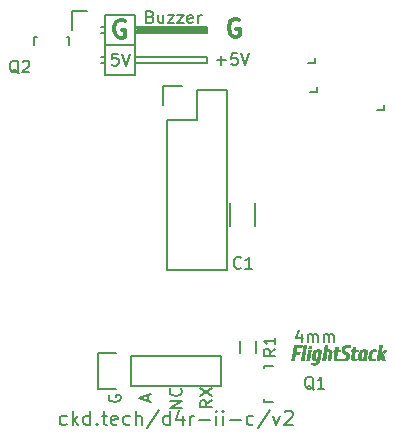
<source format=gto>
G04 #@! TF.FileFunction,Legend,Top*
%FSLAX46Y46*%
G04 Gerber Fmt 4.6, Leading zero omitted, Abs format (unit mm)*
G04 Created by KiCad (PCBNEW 4.0.1-stable) date Sunday, February 28, 2016 'AMt' 11:22:30 AM*
%MOMM*%
G01*
G04 APERTURE LIST*
%ADD10C,0.100000*%
%ADD11C,0.150000*%
%ADD12C,0.300000*%
%ADD13C,0.200000*%
%ADD14C,0.010000*%
G04 APERTURE END LIST*
D10*
D11*
X148377381Y-124085714D02*
X147377381Y-124085714D01*
X148377381Y-123514285D01*
X147377381Y-123514285D01*
X148282143Y-122466666D02*
X148329762Y-122514285D01*
X148377381Y-122657142D01*
X148377381Y-122752380D01*
X148329762Y-122895238D01*
X148234524Y-122990476D01*
X148139286Y-123038095D01*
X147948810Y-123085714D01*
X147805952Y-123085714D01*
X147615476Y-123038095D01*
X147520238Y-122990476D01*
X147425000Y-122895238D01*
X147377381Y-122752380D01*
X147377381Y-122657142D01*
X147425000Y-122514285D01*
X147472619Y-122466666D01*
X145491667Y-123538095D02*
X145491667Y-123061904D01*
X145777381Y-123633333D02*
X144777381Y-123300000D01*
X145777381Y-122966666D01*
X142250000Y-123038095D02*
X142202381Y-123133333D01*
X142202381Y-123276190D01*
X142250000Y-123419048D01*
X142345238Y-123514286D01*
X142440476Y-123561905D01*
X142630952Y-123609524D01*
X142773810Y-123609524D01*
X142964286Y-123561905D01*
X143059524Y-123514286D01*
X143154762Y-123419048D01*
X143202381Y-123276190D01*
X143202381Y-123180952D01*
X143154762Y-123038095D01*
X143107143Y-122990476D01*
X142773810Y-122990476D01*
X142773810Y-123180952D01*
X150927381Y-123466666D02*
X150451190Y-123800000D01*
X150927381Y-124038095D02*
X149927381Y-124038095D01*
X149927381Y-123657142D01*
X149975000Y-123561904D01*
X150022619Y-123514285D01*
X150117857Y-123466666D01*
X150260714Y-123466666D01*
X150355952Y-123514285D01*
X150403571Y-123561904D01*
X150451190Y-123657142D01*
X150451190Y-124038095D01*
X149927381Y-123133333D02*
X150927381Y-122466666D01*
X149927381Y-122466666D02*
X150927381Y-123133333D01*
X145721429Y-91003571D02*
X145864286Y-91051190D01*
X145911905Y-91098810D01*
X145959524Y-91194048D01*
X145959524Y-91336905D01*
X145911905Y-91432143D01*
X145864286Y-91479762D01*
X145769048Y-91527381D01*
X145388095Y-91527381D01*
X145388095Y-90527381D01*
X145721429Y-90527381D01*
X145816667Y-90575000D01*
X145864286Y-90622619D01*
X145911905Y-90717857D01*
X145911905Y-90813095D01*
X145864286Y-90908333D01*
X145816667Y-90955952D01*
X145721429Y-91003571D01*
X145388095Y-91003571D01*
X146816667Y-90860714D02*
X146816667Y-91527381D01*
X146388095Y-90860714D02*
X146388095Y-91384524D01*
X146435714Y-91479762D01*
X146530952Y-91527381D01*
X146673810Y-91527381D01*
X146769048Y-91479762D01*
X146816667Y-91432143D01*
X147197619Y-90860714D02*
X147721429Y-90860714D01*
X147197619Y-91527381D01*
X147721429Y-91527381D01*
X148007143Y-90860714D02*
X148530953Y-90860714D01*
X148007143Y-91527381D01*
X148530953Y-91527381D01*
X149292858Y-91479762D02*
X149197620Y-91527381D01*
X149007143Y-91527381D01*
X148911905Y-91479762D01*
X148864286Y-91384524D01*
X148864286Y-91003571D01*
X148911905Y-90908333D01*
X149007143Y-90860714D01*
X149197620Y-90860714D01*
X149292858Y-90908333D01*
X149340477Y-91003571D01*
X149340477Y-91098810D01*
X148864286Y-91194048D01*
X149769048Y-91527381D02*
X149769048Y-90860714D01*
X149769048Y-91051190D02*
X149816667Y-90955952D01*
X149864286Y-90908333D01*
X149959524Y-90860714D01*
X150054763Y-90860714D01*
X142984524Y-94127381D02*
X142508333Y-94127381D01*
X142460714Y-94603571D01*
X142508333Y-94555952D01*
X142603571Y-94508333D01*
X142841667Y-94508333D01*
X142936905Y-94555952D01*
X142984524Y-94603571D01*
X143032143Y-94698810D01*
X143032143Y-94936905D01*
X142984524Y-95032143D01*
X142936905Y-95079762D01*
X142841667Y-95127381D01*
X142603571Y-95127381D01*
X142508333Y-95079762D01*
X142460714Y-95032143D01*
X143317857Y-94127381D02*
X143651190Y-95127381D01*
X143984524Y-94127381D01*
D12*
X143542857Y-91325000D02*
X143400000Y-91253571D01*
X143185714Y-91253571D01*
X142971429Y-91325000D01*
X142828571Y-91467857D01*
X142757143Y-91610714D01*
X142685714Y-91896429D01*
X142685714Y-92110714D01*
X142757143Y-92396429D01*
X142828571Y-92539286D01*
X142971429Y-92682143D01*
X143185714Y-92753571D01*
X143328571Y-92753571D01*
X143542857Y-92682143D01*
X143614286Y-92610714D01*
X143614286Y-92110714D01*
X143328571Y-92110714D01*
D11*
X151364286Y-94696429D02*
X152126191Y-94696429D01*
X151745239Y-95077381D02*
X151745239Y-94315476D01*
X153078572Y-94077381D02*
X152602381Y-94077381D01*
X152554762Y-94553571D01*
X152602381Y-94505952D01*
X152697619Y-94458333D01*
X152935715Y-94458333D01*
X153030953Y-94505952D01*
X153078572Y-94553571D01*
X153126191Y-94648810D01*
X153126191Y-94886905D01*
X153078572Y-94982143D01*
X153030953Y-95029762D01*
X152935715Y-95077381D01*
X152697619Y-95077381D01*
X152602381Y-95029762D01*
X152554762Y-94982143D01*
X153411905Y-94077381D02*
X153745238Y-95077381D01*
X154078572Y-94077381D01*
D12*
X153217857Y-91250000D02*
X153075000Y-91178571D01*
X152860714Y-91178571D01*
X152646429Y-91250000D01*
X152503571Y-91392857D01*
X152432143Y-91535714D01*
X152360714Y-91821429D01*
X152360714Y-92035714D01*
X152432143Y-92321429D01*
X152503571Y-92464286D01*
X152646429Y-92607143D01*
X152860714Y-92678571D01*
X153003571Y-92678571D01*
X153217857Y-92607143D01*
X153289286Y-92535714D01*
X153289286Y-92035714D01*
X153003571Y-92035714D01*
D11*
X158532144Y-117885714D02*
X158532144Y-118552381D01*
X158294048Y-117504762D02*
X158055953Y-118219048D01*
X158675001Y-118219048D01*
X159055953Y-118552381D02*
X159055953Y-117885714D01*
X159055953Y-117980952D02*
X159103572Y-117933333D01*
X159198810Y-117885714D01*
X159341668Y-117885714D01*
X159436906Y-117933333D01*
X159484525Y-118028571D01*
X159484525Y-118552381D01*
X159484525Y-118028571D02*
X159532144Y-117933333D01*
X159627382Y-117885714D01*
X159770239Y-117885714D01*
X159865477Y-117933333D01*
X159913096Y-118028571D01*
X159913096Y-118552381D01*
X160389286Y-118552381D02*
X160389286Y-117885714D01*
X160389286Y-117980952D02*
X160436905Y-117933333D01*
X160532143Y-117885714D01*
X160675001Y-117885714D01*
X160770239Y-117933333D01*
X160817858Y-118028571D01*
X160817858Y-118552381D01*
X160817858Y-118028571D02*
X160865477Y-117933333D01*
X160960715Y-117885714D01*
X161103572Y-117885714D01*
X161198810Y-117933333D01*
X161246429Y-118028571D01*
X161246429Y-118552381D01*
D13*
X138624287Y-125500714D02*
X138510001Y-125557857D01*
X138281430Y-125557857D01*
X138167144Y-125500714D01*
X138110001Y-125443571D01*
X138052858Y-125329286D01*
X138052858Y-124986429D01*
X138110001Y-124872143D01*
X138167144Y-124815000D01*
X138281430Y-124757857D01*
X138510001Y-124757857D01*
X138624287Y-124815000D01*
X139138572Y-125557857D02*
X139138572Y-124357857D01*
X139252858Y-125100714D02*
X139595715Y-125557857D01*
X139595715Y-124757857D02*
X139138572Y-125215000D01*
X140624287Y-125557857D02*
X140624287Y-124357857D01*
X140624287Y-125500714D02*
X140510001Y-125557857D01*
X140281430Y-125557857D01*
X140167144Y-125500714D01*
X140110001Y-125443571D01*
X140052858Y-125329286D01*
X140052858Y-124986429D01*
X140110001Y-124872143D01*
X140167144Y-124815000D01*
X140281430Y-124757857D01*
X140510001Y-124757857D01*
X140624287Y-124815000D01*
X141195715Y-125443571D02*
X141252858Y-125500714D01*
X141195715Y-125557857D01*
X141138572Y-125500714D01*
X141195715Y-125443571D01*
X141195715Y-125557857D01*
X141595716Y-124757857D02*
X142052859Y-124757857D01*
X141767144Y-124357857D02*
X141767144Y-125386429D01*
X141824287Y-125500714D01*
X141938573Y-125557857D01*
X142052859Y-125557857D01*
X142910001Y-125500714D02*
X142795715Y-125557857D01*
X142567144Y-125557857D01*
X142452858Y-125500714D01*
X142395715Y-125386429D01*
X142395715Y-124929286D01*
X142452858Y-124815000D01*
X142567144Y-124757857D01*
X142795715Y-124757857D01*
X142910001Y-124815000D01*
X142967144Y-124929286D01*
X142967144Y-125043571D01*
X142395715Y-125157857D01*
X143995715Y-125500714D02*
X143881429Y-125557857D01*
X143652858Y-125557857D01*
X143538572Y-125500714D01*
X143481429Y-125443571D01*
X143424286Y-125329286D01*
X143424286Y-124986429D01*
X143481429Y-124872143D01*
X143538572Y-124815000D01*
X143652858Y-124757857D01*
X143881429Y-124757857D01*
X143995715Y-124815000D01*
X144510000Y-125557857D02*
X144510000Y-124357857D01*
X145024286Y-125557857D02*
X145024286Y-124929286D01*
X144967143Y-124815000D01*
X144852857Y-124757857D01*
X144681429Y-124757857D01*
X144567143Y-124815000D01*
X144510000Y-124872143D01*
X146452857Y-124300714D02*
X145424286Y-125843571D01*
X147367143Y-125557857D02*
X147367143Y-124357857D01*
X147367143Y-125500714D02*
X147252857Y-125557857D01*
X147024286Y-125557857D01*
X146910000Y-125500714D01*
X146852857Y-125443571D01*
X146795714Y-125329286D01*
X146795714Y-124986429D01*
X146852857Y-124872143D01*
X146910000Y-124815000D01*
X147024286Y-124757857D01*
X147252857Y-124757857D01*
X147367143Y-124815000D01*
X148452857Y-124757857D02*
X148452857Y-125557857D01*
X148167143Y-124300714D02*
X147881428Y-125157857D01*
X148624286Y-125157857D01*
X149081428Y-125557857D02*
X149081428Y-124757857D01*
X149081428Y-124986429D02*
X149138571Y-124872143D01*
X149195714Y-124815000D01*
X149310000Y-124757857D01*
X149424285Y-124757857D01*
X149824285Y-125100714D02*
X150738571Y-125100714D01*
X151309999Y-125557857D02*
X151309999Y-124757857D01*
X151309999Y-124357857D02*
X151252856Y-124415000D01*
X151309999Y-124472143D01*
X151367142Y-124415000D01*
X151309999Y-124357857D01*
X151309999Y-124472143D01*
X151881428Y-125557857D02*
X151881428Y-124757857D01*
X151881428Y-124357857D02*
X151824285Y-124415000D01*
X151881428Y-124472143D01*
X151938571Y-124415000D01*
X151881428Y-124357857D01*
X151881428Y-124472143D01*
X152452857Y-125100714D02*
X153367143Y-125100714D01*
X154452857Y-125500714D02*
X154338571Y-125557857D01*
X154110000Y-125557857D01*
X153995714Y-125500714D01*
X153938571Y-125443571D01*
X153881428Y-125329286D01*
X153881428Y-124986429D01*
X153938571Y-124872143D01*
X153995714Y-124815000D01*
X154110000Y-124757857D01*
X154338571Y-124757857D01*
X154452857Y-124815000D01*
X155824285Y-124300714D02*
X154795714Y-125843571D01*
X156110000Y-124757857D02*
X156395714Y-125557857D01*
X156681428Y-124757857D01*
X157081428Y-124472143D02*
X157138571Y-124415000D01*
X157252857Y-124357857D01*
X157538571Y-124357857D01*
X157652857Y-124415000D01*
X157710000Y-124472143D01*
X157767143Y-124586429D01*
X157767143Y-124700714D01*
X157710000Y-124872143D01*
X157024286Y-125557857D01*
X157767143Y-125557857D01*
D11*
X159109620Y-94920560D02*
X159678580Y-94920560D01*
X159678580Y-94920560D02*
X159678580Y-94509080D01*
X164947700Y-98920560D02*
X165516660Y-98920560D01*
X165516660Y-98920560D02*
X165516660Y-98509080D01*
X159259620Y-97370560D02*
X159828580Y-97370560D01*
X159828580Y-97370560D02*
X159828580Y-96959080D01*
X152170000Y-112410000D02*
X152170000Y-97170000D01*
X147090000Y-99710000D02*
X147090000Y-112410000D01*
X152170000Y-112410000D02*
X147090000Y-112410000D01*
X152170000Y-97170000D02*
X149630000Y-97170000D01*
X148360000Y-96890000D02*
X146810000Y-96890000D01*
X149630000Y-97170000D02*
X149630000Y-99710000D01*
X149630000Y-99710000D02*
X147090000Y-99710000D01*
X146810000Y-96890000D02*
X146810000Y-98440000D01*
X152500000Y-106750000D02*
X152500000Y-108750000D01*
X154550000Y-108750000D02*
X154550000Y-106750000D01*
X139075000Y-90535000D02*
X139075000Y-92085000D01*
X140375000Y-90535000D02*
X139075000Y-90535000D01*
X144566000Y-91958000D02*
X150408000Y-91958000D01*
X150408000Y-91958000D02*
X150408000Y-92212000D01*
X150408000Y-92212000D02*
X144566000Y-92212000D01*
X144566000Y-92212000D02*
X144566000Y-92085000D01*
X144566000Y-92085000D02*
X150408000Y-92085000D01*
X141899000Y-91831000D02*
X141518000Y-91831000D01*
X141899000Y-92339000D02*
X141518000Y-92339000D01*
X141899000Y-94371000D02*
X141518000Y-94371000D01*
X141899000Y-94879000D02*
X141518000Y-94879000D01*
X141899000Y-90815000D02*
X144439000Y-90815000D01*
X141899000Y-93355000D02*
X144439000Y-93355000D01*
X141899000Y-93355000D02*
X141899000Y-95895000D01*
X141899000Y-95895000D02*
X144439000Y-95895000D01*
X144439000Y-94371000D02*
X150535000Y-94371000D01*
X150535000Y-94371000D02*
X150535000Y-94879000D01*
X150535000Y-94879000D02*
X144439000Y-94879000D01*
X144439000Y-95895000D02*
X144439000Y-93355000D01*
X144439000Y-93355000D02*
X144439000Y-90815000D01*
X150535000Y-92339000D02*
X144439000Y-92339000D01*
X150535000Y-91831000D02*
X150535000Y-92339000D01*
X144439000Y-91831000D02*
X150535000Y-91831000D01*
X141899000Y-93355000D02*
X144439000Y-93355000D01*
X141899000Y-90815000D02*
X141899000Y-93355000D01*
X156074660Y-123574820D02*
X155373620Y-123574820D01*
X155373620Y-123574820D02*
X155373620Y-123325900D01*
X155373620Y-120775840D02*
X155373620Y-120575180D01*
X155373620Y-120575180D02*
X156074660Y-120575180D01*
X135850180Y-93375800D02*
X135850180Y-92674760D01*
X135850180Y-92674760D02*
X136099100Y-92674760D01*
X138649160Y-92674760D02*
X138849820Y-92674760D01*
X138849820Y-92674760D02*
X138849820Y-93375800D01*
X153275000Y-119450000D02*
X153275000Y-118450000D01*
X154625000Y-118450000D02*
X154625000Y-119450000D01*
X144070000Y-122270000D02*
X151690000Y-122270000D01*
X144070000Y-119730000D02*
X151690000Y-119730000D01*
X141250000Y-119450000D02*
X142800000Y-119450000D01*
X151690000Y-122270000D02*
X151690000Y-119730000D01*
X144070000Y-119730000D02*
X144070000Y-122270000D01*
X142800000Y-122550000D02*
X141250000Y-122550000D01*
X141250000Y-122550000D02*
X141250000Y-119450000D01*
D14*
G36*
X159986839Y-119166149D02*
X160037956Y-119173165D01*
X160087582Y-119184021D01*
X160132306Y-119197299D01*
X160147582Y-119202477D01*
X160160869Y-119207163D01*
X160170848Y-119210878D01*
X160176200Y-119213144D01*
X160176481Y-119213303D01*
X160177017Y-119214523D01*
X160177171Y-119217504D01*
X160176892Y-119222545D01*
X160176132Y-119229947D01*
X160174843Y-119240011D01*
X160172974Y-119253037D01*
X160170478Y-119269326D01*
X160167306Y-119289178D01*
X160163407Y-119312895D01*
X160158735Y-119340776D01*
X160153238Y-119373122D01*
X160146870Y-119410234D01*
X160139580Y-119452412D01*
X160131320Y-119499958D01*
X160122041Y-119553170D01*
X160111694Y-119612351D01*
X160109415Y-119625374D01*
X160098226Y-119689206D01*
X160088053Y-119747056D01*
X160078824Y-119799279D01*
X160070470Y-119846233D01*
X160062918Y-119888272D01*
X160056099Y-119925753D01*
X160049941Y-119959031D01*
X160044375Y-119988463D01*
X160039328Y-120014405D01*
X160034731Y-120037212D01*
X160030513Y-120057241D01*
X160026603Y-120074847D01*
X160022930Y-120090387D01*
X160019423Y-120104216D01*
X160016012Y-120116690D01*
X160012627Y-120128165D01*
X160009195Y-120138997D01*
X160005647Y-120149543D01*
X160004693Y-120152291D01*
X159983719Y-120204928D01*
X159959362Y-120252135D01*
X159931493Y-120294026D01*
X159899981Y-120330717D01*
X159864697Y-120362325D01*
X159825511Y-120388966D01*
X159782292Y-120410755D01*
X159734912Y-120427808D01*
X159683240Y-120440241D01*
X159681625Y-120440543D01*
X159667803Y-120442425D01*
X159648958Y-120444023D01*
X159626490Y-120445306D01*
X159601802Y-120446241D01*
X159576296Y-120446798D01*
X159551373Y-120446945D01*
X159528435Y-120446651D01*
X159508883Y-120445883D01*
X159495101Y-120444733D01*
X159476766Y-120442169D01*
X159456580Y-120438745D01*
X159435638Y-120434713D01*
X159415033Y-120430321D01*
X159395860Y-120425821D01*
X159379211Y-120421464D01*
X159366181Y-120417499D01*
X159357864Y-120414177D01*
X159355823Y-120412843D01*
X159355524Y-120409106D01*
X159356212Y-120400486D01*
X159357673Y-120388419D01*
X159359690Y-120374339D01*
X159362050Y-120359683D01*
X159364537Y-120345883D01*
X159366936Y-120334377D01*
X159368486Y-120328323D01*
X159369317Y-120326799D01*
X159371247Y-120325576D01*
X159374920Y-120324622D01*
X159380979Y-120323903D01*
X159390069Y-120323385D01*
X159402834Y-120323037D01*
X159419917Y-120322825D01*
X159441962Y-120322715D01*
X159469614Y-120322675D01*
X159478438Y-120322672D01*
X159505208Y-120322570D01*
X159530783Y-120322293D01*
X159554230Y-120321864D01*
X159574614Y-120321306D01*
X159591001Y-120320645D01*
X159602456Y-120319902D01*
X159606596Y-120319424D01*
X159644380Y-120310367D01*
X159678488Y-120296050D01*
X159708936Y-120276459D01*
X159735742Y-120251579D01*
X159758921Y-120221397D01*
X159778489Y-120185898D01*
X159787907Y-120163612D01*
X159792045Y-120151757D01*
X159796770Y-120136574D01*
X159801709Y-120119469D01*
X159806488Y-120101850D01*
X159810734Y-120085124D01*
X159814075Y-120070699D01*
X159816137Y-120059980D01*
X159816620Y-120055321D01*
X159815780Y-120053115D01*
X159812601Y-120052959D01*
X159806090Y-120055119D01*
X159795259Y-120059857D01*
X159789400Y-120062578D01*
X159768178Y-120071981D01*
X159749219Y-120078942D01*
X159730847Y-120083797D01*
X159711389Y-120086883D01*
X159689169Y-120088538D01*
X159662515Y-120089096D01*
X159657468Y-120089106D01*
X159635803Y-120088984D01*
X159619105Y-120088531D01*
X159605918Y-120087618D01*
X159594782Y-120086119D01*
X159584237Y-120083905D01*
X159577088Y-120082043D01*
X159541021Y-120069775D01*
X159510152Y-120054112D01*
X159484064Y-120034795D01*
X159462343Y-120011563D01*
X159460828Y-120009589D01*
X159440600Y-119977613D01*
X159424754Y-119940946D01*
X159413291Y-119899605D01*
X159406214Y-119853608D01*
X159403809Y-119808318D01*
X159620187Y-119808318D01*
X159623346Y-119847148D01*
X159629779Y-119880872D01*
X159633470Y-119893468D01*
X159644356Y-119917615D01*
X159659410Y-119936979D01*
X159678355Y-119951425D01*
X159700915Y-119960820D01*
X159726816Y-119965029D01*
X159755781Y-119963918D01*
X159772435Y-119961094D01*
X159785460Y-119957493D01*
X159799689Y-119952216D01*
X159813699Y-119945965D01*
X159826070Y-119939435D01*
X159835378Y-119933327D01*
X159840201Y-119928338D01*
X159840462Y-119927690D01*
X159841251Y-119923743D01*
X159843042Y-119914007D01*
X159845743Y-119899004D01*
X159849264Y-119879255D01*
X159853514Y-119855282D01*
X159858400Y-119827607D01*
X159863834Y-119796750D01*
X159869723Y-119763234D01*
X159875976Y-119727580D01*
X159882503Y-119690310D01*
X159889212Y-119651944D01*
X159896013Y-119613005D01*
X159902814Y-119574014D01*
X159909524Y-119535492D01*
X159916053Y-119497962D01*
X159922310Y-119461944D01*
X159928202Y-119427960D01*
X159933640Y-119396532D01*
X159938533Y-119368180D01*
X159942789Y-119343428D01*
X159946317Y-119322796D01*
X159949026Y-119306805D01*
X159950826Y-119295977D01*
X159951625Y-119290835D01*
X159951658Y-119290502D01*
X159949931Y-119289091D01*
X159944338Y-119288169D01*
X159934265Y-119287711D01*
X159919096Y-119287691D01*
X159898214Y-119288085D01*
X159894588Y-119288177D01*
X159872203Y-119288890D01*
X159854961Y-119289795D01*
X159841576Y-119291031D01*
X159830761Y-119292735D01*
X159821228Y-119295047D01*
X159816138Y-119296604D01*
X159788192Y-119308827D01*
X159762427Y-119326695D01*
X159738793Y-119350284D01*
X159717241Y-119379669D01*
X159697723Y-119414924D01*
X159680190Y-119456125D01*
X159664592Y-119503348D01*
X159652924Y-119547835D01*
X159639960Y-119607802D01*
X159630188Y-119664126D01*
X159623625Y-119716515D01*
X159620285Y-119764677D01*
X159620187Y-119808318D01*
X159403809Y-119808318D01*
X159403525Y-119802973D01*
X159405226Y-119747718D01*
X159411319Y-119687860D01*
X159415091Y-119661975D01*
X159427815Y-119591769D01*
X159442943Y-119527453D01*
X159460517Y-119468934D01*
X159480578Y-119416120D01*
X159503169Y-119368919D01*
X159528332Y-119327240D01*
X159556109Y-119290989D01*
X159586542Y-119260077D01*
X159606121Y-119244032D01*
X159640543Y-119220869D01*
X159676973Y-119201886D01*
X159716091Y-119186879D01*
X159758580Y-119175641D01*
X159805120Y-119167967D01*
X159856394Y-119163651D01*
X159874764Y-119162919D01*
X159932889Y-119162793D01*
X159986839Y-119166149D01*
X159986839Y-119166149D01*
G37*
X159986839Y-119166149D02*
X160037956Y-119173165D01*
X160087582Y-119184021D01*
X160132306Y-119197299D01*
X160147582Y-119202477D01*
X160160869Y-119207163D01*
X160170848Y-119210878D01*
X160176200Y-119213144D01*
X160176481Y-119213303D01*
X160177017Y-119214523D01*
X160177171Y-119217504D01*
X160176892Y-119222545D01*
X160176132Y-119229947D01*
X160174843Y-119240011D01*
X160172974Y-119253037D01*
X160170478Y-119269326D01*
X160167306Y-119289178D01*
X160163407Y-119312895D01*
X160158735Y-119340776D01*
X160153238Y-119373122D01*
X160146870Y-119410234D01*
X160139580Y-119452412D01*
X160131320Y-119499958D01*
X160122041Y-119553170D01*
X160111694Y-119612351D01*
X160109415Y-119625374D01*
X160098226Y-119689206D01*
X160088053Y-119747056D01*
X160078824Y-119799279D01*
X160070470Y-119846233D01*
X160062918Y-119888272D01*
X160056099Y-119925753D01*
X160049941Y-119959031D01*
X160044375Y-119988463D01*
X160039328Y-120014405D01*
X160034731Y-120037212D01*
X160030513Y-120057241D01*
X160026603Y-120074847D01*
X160022930Y-120090387D01*
X160019423Y-120104216D01*
X160016012Y-120116690D01*
X160012627Y-120128165D01*
X160009195Y-120138997D01*
X160005647Y-120149543D01*
X160004693Y-120152291D01*
X159983719Y-120204928D01*
X159959362Y-120252135D01*
X159931493Y-120294026D01*
X159899981Y-120330717D01*
X159864697Y-120362325D01*
X159825511Y-120388966D01*
X159782292Y-120410755D01*
X159734912Y-120427808D01*
X159683240Y-120440241D01*
X159681625Y-120440543D01*
X159667803Y-120442425D01*
X159648958Y-120444023D01*
X159626490Y-120445306D01*
X159601802Y-120446241D01*
X159576296Y-120446798D01*
X159551373Y-120446945D01*
X159528435Y-120446651D01*
X159508883Y-120445883D01*
X159495101Y-120444733D01*
X159476766Y-120442169D01*
X159456580Y-120438745D01*
X159435638Y-120434713D01*
X159415033Y-120430321D01*
X159395860Y-120425821D01*
X159379211Y-120421464D01*
X159366181Y-120417499D01*
X159357864Y-120414177D01*
X159355823Y-120412843D01*
X159355524Y-120409106D01*
X159356212Y-120400486D01*
X159357673Y-120388419D01*
X159359690Y-120374339D01*
X159362050Y-120359683D01*
X159364537Y-120345883D01*
X159366936Y-120334377D01*
X159368486Y-120328323D01*
X159369317Y-120326799D01*
X159371247Y-120325576D01*
X159374920Y-120324622D01*
X159380979Y-120323903D01*
X159390069Y-120323385D01*
X159402834Y-120323037D01*
X159419917Y-120322825D01*
X159441962Y-120322715D01*
X159469614Y-120322675D01*
X159478438Y-120322672D01*
X159505208Y-120322570D01*
X159530783Y-120322293D01*
X159554230Y-120321864D01*
X159574614Y-120321306D01*
X159591001Y-120320645D01*
X159602456Y-120319902D01*
X159606596Y-120319424D01*
X159644380Y-120310367D01*
X159678488Y-120296050D01*
X159708936Y-120276459D01*
X159735742Y-120251579D01*
X159758921Y-120221397D01*
X159778489Y-120185898D01*
X159787907Y-120163612D01*
X159792045Y-120151757D01*
X159796770Y-120136574D01*
X159801709Y-120119469D01*
X159806488Y-120101850D01*
X159810734Y-120085124D01*
X159814075Y-120070699D01*
X159816137Y-120059980D01*
X159816620Y-120055321D01*
X159815780Y-120053115D01*
X159812601Y-120052959D01*
X159806090Y-120055119D01*
X159795259Y-120059857D01*
X159789400Y-120062578D01*
X159768178Y-120071981D01*
X159749219Y-120078942D01*
X159730847Y-120083797D01*
X159711389Y-120086883D01*
X159689169Y-120088538D01*
X159662515Y-120089096D01*
X159657468Y-120089106D01*
X159635803Y-120088984D01*
X159619105Y-120088531D01*
X159605918Y-120087618D01*
X159594782Y-120086119D01*
X159584237Y-120083905D01*
X159577088Y-120082043D01*
X159541021Y-120069775D01*
X159510152Y-120054112D01*
X159484064Y-120034795D01*
X159462343Y-120011563D01*
X159460828Y-120009589D01*
X159440600Y-119977613D01*
X159424754Y-119940946D01*
X159413291Y-119899605D01*
X159406214Y-119853608D01*
X159403809Y-119808318D01*
X159620187Y-119808318D01*
X159623346Y-119847148D01*
X159629779Y-119880872D01*
X159633470Y-119893468D01*
X159644356Y-119917615D01*
X159659410Y-119936979D01*
X159678355Y-119951425D01*
X159700915Y-119960820D01*
X159726816Y-119965029D01*
X159755781Y-119963918D01*
X159772435Y-119961094D01*
X159785460Y-119957493D01*
X159799689Y-119952216D01*
X159813699Y-119945965D01*
X159826070Y-119939435D01*
X159835378Y-119933327D01*
X159840201Y-119928338D01*
X159840462Y-119927690D01*
X159841251Y-119923743D01*
X159843042Y-119914007D01*
X159845743Y-119899004D01*
X159849264Y-119879255D01*
X159853514Y-119855282D01*
X159858400Y-119827607D01*
X159863834Y-119796750D01*
X159869723Y-119763234D01*
X159875976Y-119727580D01*
X159882503Y-119690310D01*
X159889212Y-119651944D01*
X159896013Y-119613005D01*
X159902814Y-119574014D01*
X159909524Y-119535492D01*
X159916053Y-119497962D01*
X159922310Y-119461944D01*
X159928202Y-119427960D01*
X159933640Y-119396532D01*
X159938533Y-119368180D01*
X159942789Y-119343428D01*
X159946317Y-119322796D01*
X159949026Y-119306805D01*
X159950826Y-119295977D01*
X159951625Y-119290835D01*
X159951658Y-119290502D01*
X159949931Y-119289091D01*
X159944338Y-119288169D01*
X159934265Y-119287711D01*
X159919096Y-119287691D01*
X159898214Y-119288085D01*
X159894588Y-119288177D01*
X159872203Y-119288890D01*
X159854961Y-119289795D01*
X159841576Y-119291031D01*
X159830761Y-119292735D01*
X159821228Y-119295047D01*
X159816138Y-119296604D01*
X159788192Y-119308827D01*
X159762427Y-119326695D01*
X159738793Y-119350284D01*
X159717241Y-119379669D01*
X159697723Y-119414924D01*
X159680190Y-119456125D01*
X159664592Y-119503348D01*
X159652924Y-119547835D01*
X159639960Y-119607802D01*
X159630188Y-119664126D01*
X159623625Y-119716515D01*
X159620285Y-119764677D01*
X159620187Y-119808318D01*
X159403809Y-119808318D01*
X159403525Y-119802973D01*
X159405226Y-119747718D01*
X159411319Y-119687860D01*
X159415091Y-119661975D01*
X159427815Y-119591769D01*
X159442943Y-119527453D01*
X159460517Y-119468934D01*
X159480578Y-119416120D01*
X159503169Y-119368919D01*
X159528332Y-119327240D01*
X159556109Y-119290989D01*
X159586542Y-119260077D01*
X159606121Y-119244032D01*
X159640543Y-119220869D01*
X159676973Y-119201886D01*
X159716091Y-119186879D01*
X159758580Y-119175641D01*
X159805120Y-119167967D01*
X159856394Y-119163651D01*
X159874764Y-119162919D01*
X159932889Y-119162793D01*
X159986839Y-119166149D01*
G36*
X161513821Y-118982033D02*
X161537137Y-118982233D01*
X161557574Y-118982546D01*
X161574371Y-118982954D01*
X161586765Y-118983441D01*
X161593992Y-118983988D01*
X161595561Y-118984373D01*
X161595279Y-118987853D01*
X161594027Y-118996766D01*
X161591956Y-119010216D01*
X161589217Y-119027303D01*
X161585962Y-119047130D01*
X161582342Y-119068798D01*
X161578508Y-119091411D01*
X161574612Y-119114069D01*
X161570804Y-119135876D01*
X161567237Y-119155932D01*
X161564061Y-119173339D01*
X161561427Y-119187201D01*
X161561164Y-119188538D01*
X161559414Y-119197380D01*
X161801196Y-119197380D01*
X161799221Y-119207257D01*
X161797903Y-119214219D01*
X161795770Y-119225893D01*
X161793118Y-119240656D01*
X161790238Y-119256886D01*
X161790213Y-119257029D01*
X161783180Y-119296925D01*
X161765337Y-119302112D01*
X161727499Y-119311693D01*
X161685541Y-119319833D01*
X161641677Y-119326181D01*
X161598125Y-119330388D01*
X161579284Y-119331486D01*
X161561966Y-119332333D01*
X161550025Y-119333170D01*
X161542410Y-119334204D01*
X161538072Y-119335640D01*
X161535960Y-119337684D01*
X161535108Y-119340151D01*
X161534311Y-119344357D01*
X161532487Y-119354378D01*
X161529726Y-119369697D01*
X161526123Y-119389797D01*
X161521769Y-119414161D01*
X161516757Y-119442271D01*
X161511179Y-119473612D01*
X161505126Y-119507665D01*
X161498693Y-119543914D01*
X161492868Y-119576772D01*
X161485024Y-119621114D01*
X161478246Y-119659638D01*
X161472456Y-119692852D01*
X161467576Y-119721268D01*
X161463530Y-119745394D01*
X161460238Y-119765740D01*
X161457626Y-119782815D01*
X161455614Y-119797129D01*
X161454125Y-119809192D01*
X161453082Y-119819514D01*
X161452408Y-119828603D01*
X161452025Y-119836970D01*
X161451856Y-119845124D01*
X161451841Y-119846848D01*
X161452277Y-119871917D01*
X161454253Y-119891924D01*
X161458149Y-119908132D01*
X161464346Y-119921806D01*
X161473225Y-119934208D01*
X161480533Y-119942104D01*
X161487196Y-119948468D01*
X161493688Y-119953582D01*
X161500785Y-119957582D01*
X161509260Y-119960603D01*
X161519889Y-119962782D01*
X161533448Y-119964255D01*
X161550712Y-119965157D01*
X161572456Y-119965625D01*
X161599454Y-119965795D01*
X161615677Y-119965810D01*
X161638303Y-119965839D01*
X161658661Y-119965921D01*
X161675914Y-119966048D01*
X161689227Y-119966212D01*
X161697761Y-119966405D01*
X161700684Y-119966614D01*
X161699804Y-119974185D01*
X161697853Y-119985586D01*
X161695141Y-119999416D01*
X161691979Y-120014276D01*
X161688678Y-120028766D01*
X161685550Y-120041486D01*
X161682904Y-120051034D01*
X161681053Y-120056012D01*
X161680751Y-120056379D01*
X161673987Y-120059417D01*
X161662408Y-120063257D01*
X161647513Y-120067485D01*
X161630799Y-120071685D01*
X161613767Y-120075443D01*
X161607481Y-120076676D01*
X161568765Y-120082903D01*
X161529110Y-120087312D01*
X161489966Y-120089839D01*
X161452783Y-120090418D01*
X161419011Y-120088985D01*
X161394578Y-120086215D01*
X161358096Y-120078444D01*
X161326835Y-120067201D01*
X161300477Y-120052279D01*
X161278705Y-120033472D01*
X161261199Y-120010572D01*
X161252117Y-119993736D01*
X161241019Y-119963328D01*
X161234016Y-119928532D01*
X161231171Y-119889977D01*
X161232553Y-119848288D01*
X161234676Y-119827825D01*
X161235660Y-119821219D01*
X161237639Y-119808998D01*
X161240505Y-119791786D01*
X161244149Y-119770207D01*
X161248462Y-119744884D01*
X161253336Y-119716443D01*
X161258662Y-119685506D01*
X161264331Y-119652698D01*
X161270235Y-119618643D01*
X161276264Y-119583966D01*
X161282311Y-119549289D01*
X161288266Y-119515237D01*
X161294021Y-119482435D01*
X161299467Y-119451506D01*
X161304496Y-119423073D01*
X161308998Y-119397762D01*
X161312866Y-119376197D01*
X161315990Y-119359000D01*
X161318262Y-119346797D01*
X161319572Y-119340211D01*
X161319682Y-119339734D01*
X161320171Y-119337010D01*
X161319498Y-119335065D01*
X161316749Y-119333743D01*
X161311010Y-119332890D01*
X161301364Y-119332351D01*
X161286898Y-119331972D01*
X161272142Y-119331696D01*
X161222873Y-119330810D01*
X161234322Y-119264899D01*
X161245772Y-119198987D01*
X161294763Y-119198100D01*
X161313468Y-119197725D01*
X161326725Y-119197284D01*
X161335517Y-119196620D01*
X161340826Y-119195578D01*
X161343635Y-119194002D01*
X161344926Y-119191735D01*
X161345362Y-119190062D01*
X161346305Y-119185149D01*
X161348184Y-119174763D01*
X161350848Y-119159767D01*
X161354143Y-119141026D01*
X161357917Y-119119403D01*
X161362017Y-119095763D01*
X161363070Y-119089671D01*
X161367231Y-119065658D01*
X161371108Y-119043443D01*
X161374548Y-119023891D01*
X161377397Y-119007867D01*
X161379503Y-118996236D01*
X161380712Y-118989863D01*
X161380856Y-118989196D01*
X161382540Y-118981962D01*
X161488390Y-118981962D01*
X161513821Y-118982033D01*
X161513821Y-118982033D01*
G37*
X161513821Y-118982033D02*
X161537137Y-118982233D01*
X161557574Y-118982546D01*
X161574371Y-118982954D01*
X161586765Y-118983441D01*
X161593992Y-118983988D01*
X161595561Y-118984373D01*
X161595279Y-118987853D01*
X161594027Y-118996766D01*
X161591956Y-119010216D01*
X161589217Y-119027303D01*
X161585962Y-119047130D01*
X161582342Y-119068798D01*
X161578508Y-119091411D01*
X161574612Y-119114069D01*
X161570804Y-119135876D01*
X161567237Y-119155932D01*
X161564061Y-119173339D01*
X161561427Y-119187201D01*
X161561164Y-119188538D01*
X161559414Y-119197380D01*
X161801196Y-119197380D01*
X161799221Y-119207257D01*
X161797903Y-119214219D01*
X161795770Y-119225893D01*
X161793118Y-119240656D01*
X161790238Y-119256886D01*
X161790213Y-119257029D01*
X161783180Y-119296925D01*
X161765337Y-119302112D01*
X161727499Y-119311693D01*
X161685541Y-119319833D01*
X161641677Y-119326181D01*
X161598125Y-119330388D01*
X161579284Y-119331486D01*
X161561966Y-119332333D01*
X161550025Y-119333170D01*
X161542410Y-119334204D01*
X161538072Y-119335640D01*
X161535960Y-119337684D01*
X161535108Y-119340151D01*
X161534311Y-119344357D01*
X161532487Y-119354378D01*
X161529726Y-119369697D01*
X161526123Y-119389797D01*
X161521769Y-119414161D01*
X161516757Y-119442271D01*
X161511179Y-119473612D01*
X161505126Y-119507665D01*
X161498693Y-119543914D01*
X161492868Y-119576772D01*
X161485024Y-119621114D01*
X161478246Y-119659638D01*
X161472456Y-119692852D01*
X161467576Y-119721268D01*
X161463530Y-119745394D01*
X161460238Y-119765740D01*
X161457626Y-119782815D01*
X161455614Y-119797129D01*
X161454125Y-119809192D01*
X161453082Y-119819514D01*
X161452408Y-119828603D01*
X161452025Y-119836970D01*
X161451856Y-119845124D01*
X161451841Y-119846848D01*
X161452277Y-119871917D01*
X161454253Y-119891924D01*
X161458149Y-119908132D01*
X161464346Y-119921806D01*
X161473225Y-119934208D01*
X161480533Y-119942104D01*
X161487196Y-119948468D01*
X161493688Y-119953582D01*
X161500785Y-119957582D01*
X161509260Y-119960603D01*
X161519889Y-119962782D01*
X161533448Y-119964255D01*
X161550712Y-119965157D01*
X161572456Y-119965625D01*
X161599454Y-119965795D01*
X161615677Y-119965810D01*
X161638303Y-119965839D01*
X161658661Y-119965921D01*
X161675914Y-119966048D01*
X161689227Y-119966212D01*
X161697761Y-119966405D01*
X161700684Y-119966614D01*
X161699804Y-119974185D01*
X161697853Y-119985586D01*
X161695141Y-119999416D01*
X161691979Y-120014276D01*
X161688678Y-120028766D01*
X161685550Y-120041486D01*
X161682904Y-120051034D01*
X161681053Y-120056012D01*
X161680751Y-120056379D01*
X161673987Y-120059417D01*
X161662408Y-120063257D01*
X161647513Y-120067485D01*
X161630799Y-120071685D01*
X161613767Y-120075443D01*
X161607481Y-120076676D01*
X161568765Y-120082903D01*
X161529110Y-120087312D01*
X161489966Y-120089839D01*
X161452783Y-120090418D01*
X161419011Y-120088985D01*
X161394578Y-120086215D01*
X161358096Y-120078444D01*
X161326835Y-120067201D01*
X161300477Y-120052279D01*
X161278705Y-120033472D01*
X161261199Y-120010572D01*
X161252117Y-119993736D01*
X161241019Y-119963328D01*
X161234016Y-119928532D01*
X161231171Y-119889977D01*
X161232553Y-119848288D01*
X161234676Y-119827825D01*
X161235660Y-119821219D01*
X161237639Y-119808998D01*
X161240505Y-119791786D01*
X161244149Y-119770207D01*
X161248462Y-119744884D01*
X161253336Y-119716443D01*
X161258662Y-119685506D01*
X161264331Y-119652698D01*
X161270235Y-119618643D01*
X161276264Y-119583966D01*
X161282311Y-119549289D01*
X161288266Y-119515237D01*
X161294021Y-119482435D01*
X161299467Y-119451506D01*
X161304496Y-119423073D01*
X161308998Y-119397762D01*
X161312866Y-119376197D01*
X161315990Y-119359000D01*
X161318262Y-119346797D01*
X161319572Y-119340211D01*
X161319682Y-119339734D01*
X161320171Y-119337010D01*
X161319498Y-119335065D01*
X161316749Y-119333743D01*
X161311010Y-119332890D01*
X161301364Y-119332351D01*
X161286898Y-119331972D01*
X161272142Y-119331696D01*
X161222873Y-119330810D01*
X161234322Y-119264899D01*
X161245772Y-119198987D01*
X161294763Y-119198100D01*
X161313468Y-119197725D01*
X161326725Y-119197284D01*
X161335517Y-119196620D01*
X161340826Y-119195578D01*
X161343635Y-119194002D01*
X161344926Y-119191735D01*
X161345362Y-119190062D01*
X161346305Y-119185149D01*
X161348184Y-119174763D01*
X161350848Y-119159767D01*
X161354143Y-119141026D01*
X161357917Y-119119403D01*
X161362017Y-119095763D01*
X161363070Y-119089671D01*
X161367231Y-119065658D01*
X161371108Y-119043443D01*
X161374548Y-119023891D01*
X161377397Y-119007867D01*
X161379503Y-118996236D01*
X161380712Y-118989863D01*
X161380856Y-118989196D01*
X161382540Y-118981962D01*
X161488390Y-118981962D01*
X161513821Y-118982033D01*
G36*
X162407081Y-118806424D02*
X162444792Y-118808269D01*
X162481605Y-118811106D01*
X162516316Y-118814915D01*
X162530240Y-118816840D01*
X162547870Y-118819754D01*
X162566319Y-118823323D01*
X162584366Y-118827250D01*
X162600789Y-118831243D01*
X162614367Y-118835006D01*
X162623879Y-118838245D01*
X162627877Y-118840388D01*
X162628420Y-118844479D01*
X162627877Y-118853637D01*
X162626422Y-118866624D01*
X162624231Y-118882200D01*
X162621479Y-118899129D01*
X162618341Y-118916170D01*
X162614992Y-118932087D01*
X162614799Y-118932930D01*
X162613138Y-118940164D01*
X162475516Y-118940164D01*
X162438249Y-118940211D01*
X162406737Y-118940388D01*
X162380303Y-118940754D01*
X162358275Y-118941363D01*
X162339975Y-118942274D01*
X162324729Y-118943543D01*
X162311861Y-118945227D01*
X162300697Y-118947383D01*
X162290560Y-118950067D01*
X162280777Y-118953336D01*
X162270671Y-118957247D01*
X162270224Y-118957428D01*
X162238639Y-118973553D01*
X162211255Y-118994508D01*
X162188131Y-119020207D01*
X162169324Y-119050563D01*
X162154893Y-119085490D01*
X162144895Y-119124902D01*
X162141072Y-119150460D01*
X162139596Y-119181517D01*
X162142972Y-119209457D01*
X162151555Y-119235297D01*
X162165702Y-119260054D01*
X162185770Y-119284744D01*
X162189549Y-119288750D01*
X162201731Y-119300889D01*
X162214163Y-119311975D01*
X162227677Y-119322558D01*
X162243107Y-119333188D01*
X162261287Y-119344415D01*
X162283049Y-119356790D01*
X162309228Y-119370862D01*
X162331651Y-119382546D01*
X162362654Y-119398951D01*
X162388710Y-119413726D01*
X162410860Y-119427592D01*
X162430144Y-119441271D01*
X162447600Y-119455483D01*
X162464269Y-119470949D01*
X162475376Y-119482228D01*
X162501425Y-119513469D01*
X162521985Y-119547243D01*
X162537714Y-119584672D01*
X162540387Y-119592848D01*
X162543184Y-119602415D01*
X162545188Y-119611315D01*
X162546523Y-119620897D01*
X162547309Y-119632512D01*
X162547672Y-119647509D01*
X162547735Y-119667239D01*
X162547717Y-119673228D01*
X162547451Y-119696936D01*
X162546759Y-119715886D01*
X162545505Y-119731740D01*
X162543553Y-119746163D01*
X162540768Y-119760819D01*
X162540462Y-119762251D01*
X162526615Y-119813585D01*
X162508080Y-119860975D01*
X162485005Y-119904216D01*
X162457536Y-119943105D01*
X162425821Y-119977438D01*
X162390008Y-120007009D01*
X162350244Y-120031614D01*
X162343759Y-120034959D01*
X162307983Y-120051033D01*
X162270047Y-120064188D01*
X162228598Y-120074830D01*
X162183000Y-120083255D01*
X162167721Y-120085053D01*
X162147252Y-120086610D01*
X162122832Y-120087903D01*
X162095697Y-120088908D01*
X162067086Y-120089601D01*
X162038235Y-120089957D01*
X162010382Y-120089952D01*
X161984766Y-120089563D01*
X161962622Y-120088765D01*
X161948291Y-120087821D01*
X161924258Y-120085403D01*
X161899459Y-120082281D01*
X161874752Y-120078623D01*
X161850994Y-120074598D01*
X161829043Y-120070374D01*
X161809755Y-120066121D01*
X161793988Y-120062007D01*
X161782599Y-120058200D01*
X161776446Y-120054870D01*
X161775690Y-120053853D01*
X161775607Y-120049019D01*
X161776679Y-120038886D01*
X161778751Y-120024454D01*
X161781666Y-120006719D01*
X161785272Y-119986679D01*
X161789412Y-119965333D01*
X161789478Y-119965006D01*
X161791258Y-119956164D01*
X161934882Y-119956102D01*
X161973856Y-119956022D01*
X162006982Y-119955811D01*
X162034842Y-119955452D01*
X162058017Y-119954930D01*
X162077087Y-119954230D01*
X162092636Y-119953335D01*
X162105243Y-119952231D01*
X162112266Y-119951376D01*
X162148562Y-119945079D01*
X162179672Y-119936706D01*
X162206637Y-119925778D01*
X162230500Y-119911818D01*
X162252302Y-119894346D01*
X162265960Y-119880775D01*
X162282509Y-119861256D01*
X162295596Y-119841245D01*
X162306441Y-119818630D01*
X162314424Y-119796945D01*
X162324613Y-119759103D01*
X162329010Y-119723984D01*
X162327583Y-119691457D01*
X162320300Y-119661391D01*
X162307131Y-119633654D01*
X162288043Y-119608113D01*
X162264168Y-119585576D01*
X162254730Y-119578199D01*
X162244611Y-119570970D01*
X162233036Y-119563429D01*
X162219229Y-119555120D01*
X162202416Y-119545584D01*
X162181821Y-119534362D01*
X162156669Y-119520997D01*
X162140519Y-119512519D01*
X162100247Y-119490543D01*
X162065647Y-119469616D01*
X162036148Y-119449251D01*
X162011176Y-119428964D01*
X161990161Y-119408269D01*
X161972529Y-119386679D01*
X161957709Y-119363710D01*
X161951392Y-119351986D01*
X161935414Y-119313707D01*
X161925153Y-119272919D01*
X161920578Y-119229424D01*
X161921656Y-119183026D01*
X161922395Y-119174873D01*
X161929506Y-119123330D01*
X161940165Y-119076730D01*
X161954629Y-119034494D01*
X161973154Y-118996042D01*
X161995996Y-118960793D01*
X162023412Y-118928170D01*
X162037720Y-118913798D01*
X162071745Y-118884911D01*
X162108612Y-118860748D01*
X162148947Y-118841006D01*
X162193375Y-118825383D01*
X162242523Y-118813577D01*
X162247260Y-118812680D01*
X162271375Y-118809306D01*
X162300619Y-118807010D01*
X162333789Y-118805777D01*
X162369678Y-118805587D01*
X162407081Y-118806424D01*
X162407081Y-118806424D01*
G37*
X162407081Y-118806424D02*
X162444792Y-118808269D01*
X162481605Y-118811106D01*
X162516316Y-118814915D01*
X162530240Y-118816840D01*
X162547870Y-118819754D01*
X162566319Y-118823323D01*
X162584366Y-118827250D01*
X162600789Y-118831243D01*
X162614367Y-118835006D01*
X162623879Y-118838245D01*
X162627877Y-118840388D01*
X162628420Y-118844479D01*
X162627877Y-118853637D01*
X162626422Y-118866624D01*
X162624231Y-118882200D01*
X162621479Y-118899129D01*
X162618341Y-118916170D01*
X162614992Y-118932087D01*
X162614799Y-118932930D01*
X162613138Y-118940164D01*
X162475516Y-118940164D01*
X162438249Y-118940211D01*
X162406737Y-118940388D01*
X162380303Y-118940754D01*
X162358275Y-118941363D01*
X162339975Y-118942274D01*
X162324729Y-118943543D01*
X162311861Y-118945227D01*
X162300697Y-118947383D01*
X162290560Y-118950067D01*
X162280777Y-118953336D01*
X162270671Y-118957247D01*
X162270224Y-118957428D01*
X162238639Y-118973553D01*
X162211255Y-118994508D01*
X162188131Y-119020207D01*
X162169324Y-119050563D01*
X162154893Y-119085490D01*
X162144895Y-119124902D01*
X162141072Y-119150460D01*
X162139596Y-119181517D01*
X162142972Y-119209457D01*
X162151555Y-119235297D01*
X162165702Y-119260054D01*
X162185770Y-119284744D01*
X162189549Y-119288750D01*
X162201731Y-119300889D01*
X162214163Y-119311975D01*
X162227677Y-119322558D01*
X162243107Y-119333188D01*
X162261287Y-119344415D01*
X162283049Y-119356790D01*
X162309228Y-119370862D01*
X162331651Y-119382546D01*
X162362654Y-119398951D01*
X162388710Y-119413726D01*
X162410860Y-119427592D01*
X162430144Y-119441271D01*
X162447600Y-119455483D01*
X162464269Y-119470949D01*
X162475376Y-119482228D01*
X162501425Y-119513469D01*
X162521985Y-119547243D01*
X162537714Y-119584672D01*
X162540387Y-119592848D01*
X162543184Y-119602415D01*
X162545188Y-119611315D01*
X162546523Y-119620897D01*
X162547309Y-119632512D01*
X162547672Y-119647509D01*
X162547735Y-119667239D01*
X162547717Y-119673228D01*
X162547451Y-119696936D01*
X162546759Y-119715886D01*
X162545505Y-119731740D01*
X162543553Y-119746163D01*
X162540768Y-119760819D01*
X162540462Y-119762251D01*
X162526615Y-119813585D01*
X162508080Y-119860975D01*
X162485005Y-119904216D01*
X162457536Y-119943105D01*
X162425821Y-119977438D01*
X162390008Y-120007009D01*
X162350244Y-120031614D01*
X162343759Y-120034959D01*
X162307983Y-120051033D01*
X162270047Y-120064188D01*
X162228598Y-120074830D01*
X162183000Y-120083255D01*
X162167721Y-120085053D01*
X162147252Y-120086610D01*
X162122832Y-120087903D01*
X162095697Y-120088908D01*
X162067086Y-120089601D01*
X162038235Y-120089957D01*
X162010382Y-120089952D01*
X161984766Y-120089563D01*
X161962622Y-120088765D01*
X161948291Y-120087821D01*
X161924258Y-120085403D01*
X161899459Y-120082281D01*
X161874752Y-120078623D01*
X161850994Y-120074598D01*
X161829043Y-120070374D01*
X161809755Y-120066121D01*
X161793988Y-120062007D01*
X161782599Y-120058200D01*
X161776446Y-120054870D01*
X161775690Y-120053853D01*
X161775607Y-120049019D01*
X161776679Y-120038886D01*
X161778751Y-120024454D01*
X161781666Y-120006719D01*
X161785272Y-119986679D01*
X161789412Y-119965333D01*
X161789478Y-119965006D01*
X161791258Y-119956164D01*
X161934882Y-119956102D01*
X161973856Y-119956022D01*
X162006982Y-119955811D01*
X162034842Y-119955452D01*
X162058017Y-119954930D01*
X162077087Y-119954230D01*
X162092636Y-119953335D01*
X162105243Y-119952231D01*
X162112266Y-119951376D01*
X162148562Y-119945079D01*
X162179672Y-119936706D01*
X162206637Y-119925778D01*
X162230500Y-119911818D01*
X162252302Y-119894346D01*
X162265960Y-119880775D01*
X162282509Y-119861256D01*
X162295596Y-119841245D01*
X162306441Y-119818630D01*
X162314424Y-119796945D01*
X162324613Y-119759103D01*
X162329010Y-119723984D01*
X162327583Y-119691457D01*
X162320300Y-119661391D01*
X162307131Y-119633654D01*
X162288043Y-119608113D01*
X162264168Y-119585576D01*
X162254730Y-119578199D01*
X162244611Y-119570970D01*
X162233036Y-119563429D01*
X162219229Y-119555120D01*
X162202416Y-119545584D01*
X162181821Y-119534362D01*
X162156669Y-119520997D01*
X162140519Y-119512519D01*
X162100247Y-119490543D01*
X162065647Y-119469616D01*
X162036148Y-119449251D01*
X162011176Y-119428964D01*
X161990161Y-119408269D01*
X161972529Y-119386679D01*
X161957709Y-119363710D01*
X161951392Y-119351986D01*
X161935414Y-119313707D01*
X161925153Y-119272919D01*
X161920578Y-119229424D01*
X161921656Y-119183026D01*
X161922395Y-119174873D01*
X161929506Y-119123330D01*
X161940165Y-119076730D01*
X161954629Y-119034494D01*
X161973154Y-118996042D01*
X161995996Y-118960793D01*
X162023412Y-118928170D01*
X162037720Y-118913798D01*
X162071745Y-118884911D01*
X162108612Y-118860748D01*
X162148947Y-118841006D01*
X162193375Y-118825383D01*
X162242523Y-118813577D01*
X162247260Y-118812680D01*
X162271375Y-118809306D01*
X162300619Y-118807010D01*
X162333789Y-118805777D01*
X162369678Y-118805587D01*
X162407081Y-118806424D01*
G36*
X162996024Y-118982033D02*
X163019340Y-118982233D01*
X163039779Y-118982546D01*
X163056577Y-118982954D01*
X163068971Y-118983441D01*
X163076200Y-118983988D01*
X163077770Y-118984373D01*
X163077497Y-118987865D01*
X163076255Y-118996782D01*
X163074198Y-119010219D01*
X163071476Y-119027271D01*
X163068243Y-119047032D01*
X163064651Y-119068594D01*
X163060851Y-119091054D01*
X163056997Y-119113504D01*
X163053241Y-119135039D01*
X163049734Y-119154754D01*
X163046630Y-119171741D01*
X163044081Y-119185095D01*
X163043715Y-119186930D01*
X163041616Y-119197380D01*
X163283399Y-119197380D01*
X163281423Y-119207257D01*
X163280105Y-119214219D01*
X163277973Y-119225893D01*
X163275320Y-119240656D01*
X163272441Y-119256886D01*
X163272415Y-119257029D01*
X163265383Y-119296925D01*
X163247539Y-119302112D01*
X163209702Y-119311693D01*
X163167743Y-119319833D01*
X163123880Y-119326181D01*
X163080327Y-119330388D01*
X163061487Y-119331486D01*
X163044169Y-119332333D01*
X163032227Y-119333170D01*
X163024613Y-119334204D01*
X163020275Y-119335640D01*
X163018163Y-119337684D01*
X163017312Y-119340151D01*
X163016215Y-119345757D01*
X163014137Y-119357065D01*
X163011190Y-119373436D01*
X163007484Y-119394236D01*
X163003131Y-119418827D01*
X162998241Y-119446573D01*
X162992925Y-119476837D01*
X162987294Y-119508984D01*
X162981459Y-119542377D01*
X162975530Y-119576378D01*
X162969619Y-119610353D01*
X162963837Y-119643664D01*
X162958294Y-119675676D01*
X162953101Y-119705751D01*
X162948369Y-119733253D01*
X162944209Y-119757546D01*
X162940731Y-119777993D01*
X162938048Y-119793959D01*
X162936268Y-119804806D01*
X162935580Y-119809302D01*
X162932758Y-119843231D01*
X162933919Y-119873706D01*
X162938923Y-119900371D01*
X162947627Y-119922871D01*
X162959888Y-119940853D01*
X162975565Y-119953960D01*
X162994515Y-119961837D01*
X162996958Y-119962405D01*
X163004656Y-119963359D01*
X163017773Y-119964203D01*
X163035299Y-119964904D01*
X163056223Y-119965426D01*
X163079534Y-119965737D01*
X163097880Y-119965810D01*
X163120508Y-119965850D01*
X163140870Y-119965963D01*
X163158130Y-119966139D01*
X163171450Y-119966366D01*
X163179993Y-119966632D01*
X163182924Y-119966921D01*
X163182252Y-119973508D01*
X163180448Y-119984200D01*
X163177824Y-119997587D01*
X163174698Y-120012261D01*
X163171382Y-120026811D01*
X163168192Y-120039830D01*
X163165444Y-120049907D01*
X163163450Y-120055633D01*
X163162939Y-120056388D01*
X163156185Y-120059420D01*
X163144617Y-120063256D01*
X163129733Y-120067480D01*
X163113033Y-120071678D01*
X163096015Y-120075433D01*
X163089683Y-120076676D01*
X163050968Y-120082903D01*
X163011313Y-120087312D01*
X162972169Y-120089839D01*
X162934986Y-120090418D01*
X162901214Y-120088985D01*
X162876780Y-120086215D01*
X162839940Y-120078285D01*
X162808243Y-120066652D01*
X162781430Y-120051106D01*
X162759244Y-120031436D01*
X162741427Y-120007429D01*
X162727722Y-119978875D01*
X162721131Y-119958635D01*
X162717974Y-119942760D01*
X162715726Y-119922276D01*
X162714453Y-119898947D01*
X162714218Y-119874537D01*
X162715086Y-119850813D01*
X162716562Y-119833998D01*
X162717581Y-119826818D01*
X162719605Y-119813961D01*
X162722522Y-119796064D01*
X162726223Y-119773768D01*
X162730598Y-119747708D01*
X162735535Y-119718524D01*
X162740926Y-119686853D01*
X162746660Y-119653334D01*
X162752626Y-119618604D01*
X162758715Y-119583302D01*
X162764816Y-119548066D01*
X162770818Y-119513533D01*
X162776613Y-119480343D01*
X162782089Y-119449132D01*
X162787136Y-119420539D01*
X162791644Y-119395202D01*
X162795503Y-119373760D01*
X162798603Y-119356850D01*
X162800832Y-119345110D01*
X162801947Y-119339734D01*
X162802411Y-119337009D01*
X162801716Y-119335063D01*
X162798947Y-119333741D01*
X162793187Y-119332888D01*
X162783520Y-119332349D01*
X162769028Y-119331970D01*
X162754397Y-119331696D01*
X162705180Y-119330810D01*
X162716577Y-119264899D01*
X162727975Y-119198987D01*
X162776966Y-119198100D01*
X162795670Y-119197725D01*
X162808928Y-119197283D01*
X162817721Y-119196620D01*
X162823031Y-119195577D01*
X162825842Y-119194001D01*
X162827136Y-119191734D01*
X162827574Y-119190062D01*
X162828520Y-119185149D01*
X162830402Y-119174763D01*
X162833069Y-119159767D01*
X162836367Y-119141026D01*
X162840144Y-119119404D01*
X162844247Y-119095764D01*
X162845301Y-119089671D01*
X162849463Y-119065658D01*
X162853341Y-119043444D01*
X162856779Y-119023892D01*
X162859627Y-119007867D01*
X162861729Y-118996236D01*
X162862935Y-118989863D01*
X162863077Y-118989196D01*
X162864743Y-118981962D01*
X162970593Y-118981962D01*
X162996024Y-118982033D01*
X162996024Y-118982033D01*
G37*
X162996024Y-118982033D02*
X163019340Y-118982233D01*
X163039779Y-118982546D01*
X163056577Y-118982954D01*
X163068971Y-118983441D01*
X163076200Y-118983988D01*
X163077770Y-118984373D01*
X163077497Y-118987865D01*
X163076255Y-118996782D01*
X163074198Y-119010219D01*
X163071476Y-119027271D01*
X163068243Y-119047032D01*
X163064651Y-119068594D01*
X163060851Y-119091054D01*
X163056997Y-119113504D01*
X163053241Y-119135039D01*
X163049734Y-119154754D01*
X163046630Y-119171741D01*
X163044081Y-119185095D01*
X163043715Y-119186930D01*
X163041616Y-119197380D01*
X163283399Y-119197380D01*
X163281423Y-119207257D01*
X163280105Y-119214219D01*
X163277973Y-119225893D01*
X163275320Y-119240656D01*
X163272441Y-119256886D01*
X163272415Y-119257029D01*
X163265383Y-119296925D01*
X163247539Y-119302112D01*
X163209702Y-119311693D01*
X163167743Y-119319833D01*
X163123880Y-119326181D01*
X163080327Y-119330388D01*
X163061487Y-119331486D01*
X163044169Y-119332333D01*
X163032227Y-119333170D01*
X163024613Y-119334204D01*
X163020275Y-119335640D01*
X163018163Y-119337684D01*
X163017312Y-119340151D01*
X163016215Y-119345757D01*
X163014137Y-119357065D01*
X163011190Y-119373436D01*
X163007484Y-119394236D01*
X163003131Y-119418827D01*
X162998241Y-119446573D01*
X162992925Y-119476837D01*
X162987294Y-119508984D01*
X162981459Y-119542377D01*
X162975530Y-119576378D01*
X162969619Y-119610353D01*
X162963837Y-119643664D01*
X162958294Y-119675676D01*
X162953101Y-119705751D01*
X162948369Y-119733253D01*
X162944209Y-119757546D01*
X162940731Y-119777993D01*
X162938048Y-119793959D01*
X162936268Y-119804806D01*
X162935580Y-119809302D01*
X162932758Y-119843231D01*
X162933919Y-119873706D01*
X162938923Y-119900371D01*
X162947627Y-119922871D01*
X162959888Y-119940853D01*
X162975565Y-119953960D01*
X162994515Y-119961837D01*
X162996958Y-119962405D01*
X163004656Y-119963359D01*
X163017773Y-119964203D01*
X163035299Y-119964904D01*
X163056223Y-119965426D01*
X163079534Y-119965737D01*
X163097880Y-119965810D01*
X163120508Y-119965850D01*
X163140870Y-119965963D01*
X163158130Y-119966139D01*
X163171450Y-119966366D01*
X163179993Y-119966632D01*
X163182924Y-119966921D01*
X163182252Y-119973508D01*
X163180448Y-119984200D01*
X163177824Y-119997587D01*
X163174698Y-120012261D01*
X163171382Y-120026811D01*
X163168192Y-120039830D01*
X163165444Y-120049907D01*
X163163450Y-120055633D01*
X163162939Y-120056388D01*
X163156185Y-120059420D01*
X163144617Y-120063256D01*
X163129733Y-120067480D01*
X163113033Y-120071678D01*
X163096015Y-120075433D01*
X163089683Y-120076676D01*
X163050968Y-120082903D01*
X163011313Y-120087312D01*
X162972169Y-120089839D01*
X162934986Y-120090418D01*
X162901214Y-120088985D01*
X162876780Y-120086215D01*
X162839940Y-120078285D01*
X162808243Y-120066652D01*
X162781430Y-120051106D01*
X162759244Y-120031436D01*
X162741427Y-120007429D01*
X162727722Y-119978875D01*
X162721131Y-119958635D01*
X162717974Y-119942760D01*
X162715726Y-119922276D01*
X162714453Y-119898947D01*
X162714218Y-119874537D01*
X162715086Y-119850813D01*
X162716562Y-119833998D01*
X162717581Y-119826818D01*
X162719605Y-119813961D01*
X162722522Y-119796064D01*
X162726223Y-119773768D01*
X162730598Y-119747708D01*
X162735535Y-119718524D01*
X162740926Y-119686853D01*
X162746660Y-119653334D01*
X162752626Y-119618604D01*
X162758715Y-119583302D01*
X162764816Y-119548066D01*
X162770818Y-119513533D01*
X162776613Y-119480343D01*
X162782089Y-119449132D01*
X162787136Y-119420539D01*
X162791644Y-119395202D01*
X162795503Y-119373760D01*
X162798603Y-119356850D01*
X162800832Y-119345110D01*
X162801947Y-119339734D01*
X162802411Y-119337009D01*
X162801716Y-119335063D01*
X162798947Y-119333741D01*
X162793187Y-119332888D01*
X162783520Y-119332349D01*
X162769028Y-119331970D01*
X162754397Y-119331696D01*
X162705180Y-119330810D01*
X162716577Y-119264899D01*
X162727975Y-119198987D01*
X162776966Y-119198100D01*
X162795670Y-119197725D01*
X162808928Y-119197283D01*
X162817721Y-119196620D01*
X162823031Y-119195577D01*
X162825842Y-119194001D01*
X162827136Y-119191734D01*
X162827574Y-119190062D01*
X162828520Y-119185149D01*
X162830402Y-119174763D01*
X162833069Y-119159767D01*
X162836367Y-119141026D01*
X162840144Y-119119404D01*
X162844247Y-119095764D01*
X162845301Y-119089671D01*
X162849463Y-119065658D01*
X162853341Y-119043444D01*
X162856779Y-119023892D01*
X162859627Y-119007867D01*
X162861729Y-118996236D01*
X162862935Y-118989863D01*
X162863077Y-118989196D01*
X162864743Y-118981962D01*
X162970593Y-118981962D01*
X162996024Y-118982033D01*
G36*
X163832209Y-119163611D02*
X163858540Y-119164179D01*
X163882206Y-119165210D01*
X163901910Y-119166714D01*
X163911164Y-119167828D01*
X163930062Y-119171008D01*
X163950946Y-119175253D01*
X163972929Y-119180308D01*
X163995121Y-119185915D01*
X164016633Y-119191816D01*
X164036576Y-119197755D01*
X164054061Y-119203473D01*
X164068199Y-119208715D01*
X164078100Y-119213223D01*
X164082876Y-119216739D01*
X164083177Y-119217591D01*
X164082633Y-119221175D01*
X164081052Y-119230643D01*
X164078513Y-119245546D01*
X164075095Y-119265435D01*
X164070876Y-119289860D01*
X164065935Y-119318373D01*
X164060351Y-119350524D01*
X164054203Y-119385865D01*
X164047568Y-119423946D01*
X164040526Y-119464318D01*
X164033156Y-119506532D01*
X164025535Y-119550140D01*
X164017743Y-119594691D01*
X164009858Y-119639738D01*
X164001959Y-119684830D01*
X163994124Y-119729519D01*
X163986433Y-119773356D01*
X163978963Y-119815892D01*
X163971794Y-119856677D01*
X163965004Y-119895262D01*
X163958671Y-119931199D01*
X163952875Y-119964038D01*
X163947694Y-119993331D01*
X163943206Y-120018627D01*
X163939491Y-120039479D01*
X163936627Y-120055437D01*
X163934692Y-120066051D01*
X163933766Y-120070874D01*
X163933707Y-120071108D01*
X163931645Y-120072460D01*
X163926152Y-120073497D01*
X163916635Y-120074252D01*
X163902497Y-120074754D01*
X163883145Y-120075035D01*
X163857984Y-120075126D01*
X163856806Y-120075127D01*
X163781348Y-120075127D01*
X163772448Y-120047797D01*
X163768032Y-120035543D01*
X163763838Y-120026172D01*
X163760507Y-120021037D01*
X163759487Y-120020468D01*
X163755140Y-120022137D01*
X163746906Y-120026607D01*
X163736220Y-120033072D01*
X163730623Y-120036661D01*
X163701828Y-120054318D01*
X163675417Y-120067745D01*
X163649664Y-120077478D01*
X163622845Y-120084050D01*
X163593236Y-120087998D01*
X163559113Y-120089854D01*
X163559101Y-120089855D01*
X163537450Y-120090255D01*
X163520503Y-120090071D01*
X163506553Y-120089198D01*
X163493891Y-120087531D01*
X163481307Y-120085073D01*
X163446026Y-120074533D01*
X163414796Y-120059197D01*
X163387575Y-120039006D01*
X163364320Y-120013901D01*
X163344988Y-119983823D01*
X163329537Y-119948712D01*
X163317924Y-119908508D01*
X163310105Y-119863152D01*
X163308133Y-119844692D01*
X163306178Y-119805882D01*
X163306611Y-119784972D01*
X163522896Y-119784972D01*
X163522896Y-119785759D01*
X163524167Y-119825672D01*
X163528052Y-119859936D01*
X163534683Y-119888837D01*
X163544191Y-119912659D01*
X163556710Y-119931686D01*
X163572370Y-119946203D01*
X163591303Y-119956494D01*
X163604114Y-119960712D01*
X163629494Y-119964985D01*
X163655956Y-119964353D01*
X163675240Y-119961185D01*
X163690438Y-119957004D01*
X163706298Y-119951059D01*
X163721032Y-119944174D01*
X163732852Y-119937176D01*
X163739404Y-119931598D01*
X163740811Y-119927848D01*
X163743044Y-119918878D01*
X163746125Y-119904569D01*
X163750076Y-119884804D01*
X163754919Y-119859462D01*
X163760677Y-119828427D01*
X163767370Y-119791579D01*
X163775023Y-119748799D01*
X163783656Y-119699969D01*
X163793292Y-119644970D01*
X163798452Y-119615354D01*
X163806102Y-119571385D01*
X163813462Y-119529095D01*
X163820454Y-119488930D01*
X163827000Y-119451336D01*
X163833023Y-119416756D01*
X163838446Y-119385636D01*
X163843191Y-119358421D01*
X163847180Y-119335555D01*
X163850336Y-119317484D01*
X163852581Y-119304653D01*
X163853839Y-119297506D01*
X163854064Y-119296247D01*
X163855702Y-119287405D01*
X163807876Y-119287461D01*
X163772616Y-119288543D01*
X163742599Y-119291881D01*
X163716955Y-119297746D01*
X163694811Y-119306410D01*
X163675295Y-119318145D01*
X163657535Y-119333221D01*
X163656006Y-119334738D01*
X163635751Y-119357569D01*
X163617473Y-119383607D01*
X163600978Y-119413327D01*
X163586072Y-119447209D01*
X163572560Y-119485728D01*
X163560248Y-119529364D01*
X163548940Y-119578593D01*
X163541755Y-119615354D01*
X163534620Y-119656532D01*
X163529304Y-119692833D01*
X163525671Y-119725508D01*
X163523581Y-119755804D01*
X163522896Y-119784972D01*
X163306611Y-119784972D01*
X163307060Y-119763304D01*
X163310817Y-119716469D01*
X163317488Y-119664887D01*
X163326357Y-119612139D01*
X163337298Y-119558749D01*
X163349606Y-119510489D01*
X163363654Y-119466133D01*
X163379818Y-119424459D01*
X163392039Y-119397385D01*
X163416638Y-119351158D01*
X163443764Y-119310660D01*
X163473808Y-119275590D01*
X163507164Y-119245650D01*
X163544222Y-119220541D01*
X163585376Y-119199963D01*
X163631017Y-119183617D01*
X163681538Y-119171204D01*
X163690924Y-119169411D01*
X163705995Y-119167395D01*
X163726187Y-119165787D01*
X163750202Y-119164595D01*
X163776742Y-119163828D01*
X163804510Y-119163498D01*
X163832209Y-119163611D01*
X163832209Y-119163611D01*
G37*
X163832209Y-119163611D02*
X163858540Y-119164179D01*
X163882206Y-119165210D01*
X163901910Y-119166714D01*
X163911164Y-119167828D01*
X163930062Y-119171008D01*
X163950946Y-119175253D01*
X163972929Y-119180308D01*
X163995121Y-119185915D01*
X164016633Y-119191816D01*
X164036576Y-119197755D01*
X164054061Y-119203473D01*
X164068199Y-119208715D01*
X164078100Y-119213223D01*
X164082876Y-119216739D01*
X164083177Y-119217591D01*
X164082633Y-119221175D01*
X164081052Y-119230643D01*
X164078513Y-119245546D01*
X164075095Y-119265435D01*
X164070876Y-119289860D01*
X164065935Y-119318373D01*
X164060351Y-119350524D01*
X164054203Y-119385865D01*
X164047568Y-119423946D01*
X164040526Y-119464318D01*
X164033156Y-119506532D01*
X164025535Y-119550140D01*
X164017743Y-119594691D01*
X164009858Y-119639738D01*
X164001959Y-119684830D01*
X163994124Y-119729519D01*
X163986433Y-119773356D01*
X163978963Y-119815892D01*
X163971794Y-119856677D01*
X163965004Y-119895262D01*
X163958671Y-119931199D01*
X163952875Y-119964038D01*
X163947694Y-119993331D01*
X163943206Y-120018627D01*
X163939491Y-120039479D01*
X163936627Y-120055437D01*
X163934692Y-120066051D01*
X163933766Y-120070874D01*
X163933707Y-120071108D01*
X163931645Y-120072460D01*
X163926152Y-120073497D01*
X163916635Y-120074252D01*
X163902497Y-120074754D01*
X163883145Y-120075035D01*
X163857984Y-120075126D01*
X163856806Y-120075127D01*
X163781348Y-120075127D01*
X163772448Y-120047797D01*
X163768032Y-120035543D01*
X163763838Y-120026172D01*
X163760507Y-120021037D01*
X163759487Y-120020468D01*
X163755140Y-120022137D01*
X163746906Y-120026607D01*
X163736220Y-120033072D01*
X163730623Y-120036661D01*
X163701828Y-120054318D01*
X163675417Y-120067745D01*
X163649664Y-120077478D01*
X163622845Y-120084050D01*
X163593236Y-120087998D01*
X163559113Y-120089854D01*
X163559101Y-120089855D01*
X163537450Y-120090255D01*
X163520503Y-120090071D01*
X163506553Y-120089198D01*
X163493891Y-120087531D01*
X163481307Y-120085073D01*
X163446026Y-120074533D01*
X163414796Y-120059197D01*
X163387575Y-120039006D01*
X163364320Y-120013901D01*
X163344988Y-119983823D01*
X163329537Y-119948712D01*
X163317924Y-119908508D01*
X163310105Y-119863152D01*
X163308133Y-119844692D01*
X163306178Y-119805882D01*
X163306611Y-119784972D01*
X163522896Y-119784972D01*
X163522896Y-119785759D01*
X163524167Y-119825672D01*
X163528052Y-119859936D01*
X163534683Y-119888837D01*
X163544191Y-119912659D01*
X163556710Y-119931686D01*
X163572370Y-119946203D01*
X163591303Y-119956494D01*
X163604114Y-119960712D01*
X163629494Y-119964985D01*
X163655956Y-119964353D01*
X163675240Y-119961185D01*
X163690438Y-119957004D01*
X163706298Y-119951059D01*
X163721032Y-119944174D01*
X163732852Y-119937176D01*
X163739404Y-119931598D01*
X163740811Y-119927848D01*
X163743044Y-119918878D01*
X163746125Y-119904569D01*
X163750076Y-119884804D01*
X163754919Y-119859462D01*
X163760677Y-119828427D01*
X163767370Y-119791579D01*
X163775023Y-119748799D01*
X163783656Y-119699969D01*
X163793292Y-119644970D01*
X163798452Y-119615354D01*
X163806102Y-119571385D01*
X163813462Y-119529095D01*
X163820454Y-119488930D01*
X163827000Y-119451336D01*
X163833023Y-119416756D01*
X163838446Y-119385636D01*
X163843191Y-119358421D01*
X163847180Y-119335555D01*
X163850336Y-119317484D01*
X163852581Y-119304653D01*
X163853839Y-119297506D01*
X163854064Y-119296247D01*
X163855702Y-119287405D01*
X163807876Y-119287461D01*
X163772616Y-119288543D01*
X163742599Y-119291881D01*
X163716955Y-119297746D01*
X163694811Y-119306410D01*
X163675295Y-119318145D01*
X163657535Y-119333221D01*
X163656006Y-119334738D01*
X163635751Y-119357569D01*
X163617473Y-119383607D01*
X163600978Y-119413327D01*
X163586072Y-119447209D01*
X163572560Y-119485728D01*
X163560248Y-119529364D01*
X163548940Y-119578593D01*
X163541755Y-119615354D01*
X163534620Y-119656532D01*
X163529304Y-119692833D01*
X163525671Y-119725508D01*
X163523581Y-119755804D01*
X163522896Y-119784972D01*
X163306611Y-119784972D01*
X163307060Y-119763304D01*
X163310817Y-119716469D01*
X163317488Y-119664887D01*
X163326357Y-119612139D01*
X163337298Y-119558749D01*
X163349606Y-119510489D01*
X163363654Y-119466133D01*
X163379818Y-119424459D01*
X163392039Y-119397385D01*
X163416638Y-119351158D01*
X163443764Y-119310660D01*
X163473808Y-119275590D01*
X163507164Y-119245650D01*
X163544222Y-119220541D01*
X163585376Y-119199963D01*
X163631017Y-119183617D01*
X163681538Y-119171204D01*
X163690924Y-119169411D01*
X163705995Y-119167395D01*
X163726187Y-119165787D01*
X163750202Y-119164595D01*
X163776742Y-119163828D01*
X163804510Y-119163498D01*
X163832209Y-119163611D01*
G36*
X164725370Y-119166907D02*
X164783866Y-119176015D01*
X164803135Y-119180070D01*
X164820474Y-119184197D01*
X164836352Y-119188414D01*
X164849659Y-119192381D01*
X164859283Y-119195760D01*
X164864115Y-119198213D01*
X164864468Y-119198774D01*
X164863933Y-119202330D01*
X164862505Y-119210724D01*
X164860451Y-119222471D01*
X164858034Y-119236084D01*
X164855522Y-119250077D01*
X164853180Y-119262962D01*
X164851274Y-119273254D01*
X164850069Y-119279467D01*
X164849918Y-119280171D01*
X164848270Y-119287405D01*
X164741426Y-119287461D01*
X164708057Y-119287553D01*
X164680332Y-119287849D01*
X164657465Y-119288437D01*
X164638669Y-119289404D01*
X164623159Y-119290839D01*
X164610148Y-119292829D01*
X164598852Y-119295461D01*
X164588484Y-119298823D01*
X164578259Y-119303004D01*
X164570655Y-119306516D01*
X164548328Y-119320363D01*
X164526598Y-119340056D01*
X164505893Y-119365011D01*
X164486643Y-119394648D01*
X164469276Y-119428383D01*
X164454914Y-119463693D01*
X164444726Y-119495264D01*
X164434926Y-119531695D01*
X164425767Y-119571535D01*
X164417505Y-119613332D01*
X164410395Y-119655632D01*
X164404693Y-119696984D01*
X164400652Y-119735936D01*
X164398529Y-119771036D01*
X164398266Y-119786184D01*
X164399500Y-119822271D01*
X164403343Y-119853058D01*
X164410001Y-119879211D01*
X164419681Y-119901396D01*
X164432591Y-119920279D01*
X164443614Y-119931845D01*
X164452660Y-119939693D01*
X164461806Y-119946245D01*
X164471712Y-119951618D01*
X164483038Y-119955923D01*
X164496445Y-119959276D01*
X164512592Y-119961791D01*
X164532141Y-119963580D01*
X164555751Y-119964760D01*
X164584082Y-119965442D01*
X164617795Y-119965742D01*
X164640209Y-119965786D01*
X164670695Y-119965851D01*
X164695232Y-119966043D01*
X164714300Y-119966379D01*
X164728379Y-119966878D01*
X164737949Y-119967556D01*
X164743490Y-119968432D01*
X164745483Y-119969523D01*
X164745506Y-119969675D01*
X164744883Y-119976684D01*
X164743214Y-119987712D01*
X164740802Y-120001270D01*
X164737950Y-120015866D01*
X164734960Y-120030009D01*
X164732135Y-120042209D01*
X164729777Y-120050975D01*
X164728243Y-120054766D01*
X164723439Y-120057195D01*
X164713455Y-120060510D01*
X164699437Y-120064435D01*
X164682529Y-120068693D01*
X164663876Y-120073007D01*
X164644623Y-120077099D01*
X164625914Y-120080693D01*
X164610468Y-120083275D01*
X164589652Y-120085764D01*
X164564596Y-120087692D01*
X164536832Y-120089034D01*
X164507893Y-120089768D01*
X164479313Y-120089869D01*
X164452623Y-120089316D01*
X164429358Y-120088084D01*
X164412064Y-120086299D01*
X164381651Y-120080611D01*
X164351680Y-120072509D01*
X164324072Y-120062603D01*
X164300749Y-120051503D01*
X164298615Y-120050287D01*
X164286780Y-120042359D01*
X164272955Y-120031518D01*
X164259455Y-120019628D01*
X164254417Y-120014748D01*
X164242051Y-120001615D01*
X164232416Y-119989321D01*
X164223889Y-119975539D01*
X164215105Y-119958482D01*
X164205108Y-119936584D01*
X164197478Y-119916269D01*
X164191880Y-119895997D01*
X164187980Y-119874226D01*
X164185443Y-119849415D01*
X164183934Y-119820023D01*
X164183746Y-119814146D01*
X164183262Y-119784315D01*
X164183757Y-119756476D01*
X164185361Y-119729041D01*
X164188206Y-119700424D01*
X164192424Y-119669040D01*
X164198146Y-119633302D01*
X164199291Y-119626608D01*
X164211805Y-119562664D01*
X164226391Y-119504466D01*
X164243206Y-119451620D01*
X164262409Y-119403734D01*
X164284159Y-119360415D01*
X164308612Y-119321268D01*
X164335927Y-119285901D01*
X164336543Y-119285184D01*
X164363152Y-119258080D01*
X164394013Y-119233141D01*
X164427656Y-119211293D01*
X164462611Y-119193466D01*
X164497406Y-119180588D01*
X164505975Y-119178233D01*
X164556750Y-119168226D01*
X164610869Y-119163007D01*
X164667390Y-119162569D01*
X164725370Y-119166907D01*
X164725370Y-119166907D01*
G37*
X164725370Y-119166907D02*
X164783866Y-119176015D01*
X164803135Y-119180070D01*
X164820474Y-119184197D01*
X164836352Y-119188414D01*
X164849659Y-119192381D01*
X164859283Y-119195760D01*
X164864115Y-119198213D01*
X164864468Y-119198774D01*
X164863933Y-119202330D01*
X164862505Y-119210724D01*
X164860451Y-119222471D01*
X164858034Y-119236084D01*
X164855522Y-119250077D01*
X164853180Y-119262962D01*
X164851274Y-119273254D01*
X164850069Y-119279467D01*
X164849918Y-119280171D01*
X164848270Y-119287405D01*
X164741426Y-119287461D01*
X164708057Y-119287553D01*
X164680332Y-119287849D01*
X164657465Y-119288437D01*
X164638669Y-119289404D01*
X164623159Y-119290839D01*
X164610148Y-119292829D01*
X164598852Y-119295461D01*
X164588484Y-119298823D01*
X164578259Y-119303004D01*
X164570655Y-119306516D01*
X164548328Y-119320363D01*
X164526598Y-119340056D01*
X164505893Y-119365011D01*
X164486643Y-119394648D01*
X164469276Y-119428383D01*
X164454914Y-119463693D01*
X164444726Y-119495264D01*
X164434926Y-119531695D01*
X164425767Y-119571535D01*
X164417505Y-119613332D01*
X164410395Y-119655632D01*
X164404693Y-119696984D01*
X164400652Y-119735936D01*
X164398529Y-119771036D01*
X164398266Y-119786184D01*
X164399500Y-119822271D01*
X164403343Y-119853058D01*
X164410001Y-119879211D01*
X164419681Y-119901396D01*
X164432591Y-119920279D01*
X164443614Y-119931845D01*
X164452660Y-119939693D01*
X164461806Y-119946245D01*
X164471712Y-119951618D01*
X164483038Y-119955923D01*
X164496445Y-119959276D01*
X164512592Y-119961791D01*
X164532141Y-119963580D01*
X164555751Y-119964760D01*
X164584082Y-119965442D01*
X164617795Y-119965742D01*
X164640209Y-119965786D01*
X164670695Y-119965851D01*
X164695232Y-119966043D01*
X164714300Y-119966379D01*
X164728379Y-119966878D01*
X164737949Y-119967556D01*
X164743490Y-119968432D01*
X164745483Y-119969523D01*
X164745506Y-119969675D01*
X164744883Y-119976684D01*
X164743214Y-119987712D01*
X164740802Y-120001270D01*
X164737950Y-120015866D01*
X164734960Y-120030009D01*
X164732135Y-120042209D01*
X164729777Y-120050975D01*
X164728243Y-120054766D01*
X164723439Y-120057195D01*
X164713455Y-120060510D01*
X164699437Y-120064435D01*
X164682529Y-120068693D01*
X164663876Y-120073007D01*
X164644623Y-120077099D01*
X164625914Y-120080693D01*
X164610468Y-120083275D01*
X164589652Y-120085764D01*
X164564596Y-120087692D01*
X164536832Y-120089034D01*
X164507893Y-120089768D01*
X164479313Y-120089869D01*
X164452623Y-120089316D01*
X164429358Y-120088084D01*
X164412064Y-120086299D01*
X164381651Y-120080611D01*
X164351680Y-120072509D01*
X164324072Y-120062603D01*
X164300749Y-120051503D01*
X164298615Y-120050287D01*
X164286780Y-120042359D01*
X164272955Y-120031518D01*
X164259455Y-120019628D01*
X164254417Y-120014748D01*
X164242051Y-120001615D01*
X164232416Y-119989321D01*
X164223889Y-119975539D01*
X164215105Y-119958482D01*
X164205108Y-119936584D01*
X164197478Y-119916269D01*
X164191880Y-119895997D01*
X164187980Y-119874226D01*
X164185443Y-119849415D01*
X164183934Y-119820023D01*
X164183746Y-119814146D01*
X164183262Y-119784315D01*
X164183757Y-119756476D01*
X164185361Y-119729041D01*
X164188206Y-119700424D01*
X164192424Y-119669040D01*
X164198146Y-119633302D01*
X164199291Y-119626608D01*
X164211805Y-119562664D01*
X164226391Y-119504466D01*
X164243206Y-119451620D01*
X164262409Y-119403734D01*
X164284159Y-119360415D01*
X164308612Y-119321268D01*
X164335927Y-119285901D01*
X164336543Y-119285184D01*
X164363152Y-119258080D01*
X164394013Y-119233141D01*
X164427656Y-119211293D01*
X164462611Y-119193466D01*
X164497406Y-119180588D01*
X164505975Y-119178233D01*
X164556750Y-119168226D01*
X164610869Y-119163007D01*
X164667390Y-119162569D01*
X164725370Y-119166907D01*
G36*
X158246536Y-118821226D02*
X158289871Y-118821293D01*
X158330924Y-118821402D01*
X158369266Y-118821549D01*
X158404471Y-118821731D01*
X158436109Y-118821945D01*
X158463754Y-118822187D01*
X158486978Y-118822455D01*
X158505354Y-118822745D01*
X158518454Y-118823054D01*
X158525849Y-118823379D01*
X158527404Y-118823614D01*
X158526898Y-118827355D01*
X158525442Y-118836486D01*
X158523191Y-118850063D01*
X158520304Y-118867141D01*
X158516938Y-118886775D01*
X158515350Y-118895956D01*
X158503222Y-118965886D01*
X158065576Y-118965886D01*
X158029483Y-119169247D01*
X158023222Y-119204567D01*
X158017309Y-119238015D01*
X158011838Y-119269054D01*
X158006902Y-119297146D01*
X158002595Y-119321754D01*
X157999012Y-119342341D01*
X157996247Y-119358370D01*
X157994392Y-119369305D01*
X157993543Y-119374607D01*
X157993498Y-119375019D01*
X157996639Y-119375464D01*
X158005636Y-119375882D01*
X158019918Y-119376266D01*
X158038910Y-119376608D01*
X158062041Y-119376901D01*
X158088736Y-119377137D01*
X158118423Y-119377309D01*
X158150528Y-119377408D01*
X158175266Y-119377430D01*
X158215558Y-119377458D01*
X158249833Y-119377546D01*
X158278503Y-119377705D01*
X158301981Y-119377944D01*
X158320679Y-119378271D01*
X158335009Y-119378695D01*
X158345385Y-119379226D01*
X158352219Y-119379874D01*
X158355924Y-119380646D01*
X158356924Y-119381456D01*
X158356391Y-119385729D01*
X158354904Y-119395314D01*
X158352631Y-119409189D01*
X158349739Y-119426333D01*
X158346396Y-119445727D01*
X158345690Y-119449779D01*
X158342286Y-119469372D01*
X158339294Y-119486797D01*
X158336882Y-119501066D01*
X158335216Y-119511190D01*
X158334463Y-119516181D01*
X158334437Y-119516487D01*
X158331313Y-119516930D01*
X158322329Y-119517347D01*
X158308056Y-119517730D01*
X158289063Y-119518071D01*
X158265921Y-119518364D01*
X158239200Y-119518600D01*
X158209471Y-119518773D01*
X158177304Y-119518874D01*
X158151213Y-119518899D01*
X157968008Y-119518899D01*
X157966354Y-119526133D01*
X157965563Y-119530342D01*
X157963758Y-119540409D01*
X157961021Y-119555856D01*
X157957438Y-119576204D01*
X157953092Y-119600975D01*
X157948066Y-119629692D01*
X157942445Y-119661877D01*
X157936312Y-119697050D01*
X157929750Y-119734734D01*
X157922844Y-119774451D01*
X157918215Y-119801096D01*
X157911138Y-119841764D01*
X157904343Y-119880626D01*
X157897915Y-119917214D01*
X157891937Y-119951058D01*
X157886494Y-119981691D01*
X157881668Y-120008642D01*
X157877545Y-120031444D01*
X157874206Y-120049628D01*
X157871738Y-120062725D01*
X157870222Y-120070266D01*
X157869783Y-120071976D01*
X157866208Y-120072806D01*
X157857193Y-120073513D01*
X157843648Y-120074095D01*
X157826483Y-120074552D01*
X157806609Y-120074883D01*
X157784936Y-120075089D01*
X157762374Y-120075168D01*
X157739833Y-120075121D01*
X157718225Y-120074945D01*
X157698458Y-120074642D01*
X157681444Y-120074209D01*
X157668092Y-120073648D01*
X157659313Y-120072957D01*
X157656017Y-120072136D01*
X157656013Y-120072101D01*
X157656558Y-120068791D01*
X157658151Y-120059518D01*
X157660726Y-120044652D01*
X157664219Y-120024564D01*
X157668564Y-119999623D01*
X157673698Y-119970200D01*
X157679554Y-119936665D01*
X157686068Y-119899389D01*
X157693176Y-119858742D01*
X157700811Y-119815094D01*
X157708910Y-119768815D01*
X157717407Y-119720276D01*
X157726238Y-119669847D01*
X157735337Y-119617898D01*
X157744640Y-119564800D01*
X157754081Y-119510923D01*
X157763596Y-119456636D01*
X157773121Y-119402311D01*
X157782589Y-119348318D01*
X157791936Y-119295027D01*
X157801098Y-119242808D01*
X157810009Y-119192031D01*
X157818604Y-119143067D01*
X157826818Y-119096287D01*
X157834588Y-119052060D01*
X157841846Y-119010756D01*
X157848530Y-118972746D01*
X157854574Y-118938401D01*
X157859912Y-118908090D01*
X157864480Y-118882184D01*
X157868214Y-118861053D01*
X157871048Y-118845068D01*
X157872917Y-118834598D01*
X157873450Y-118831652D01*
X157875361Y-118821202D01*
X158201345Y-118821202D01*
X158246536Y-118821226D01*
X158246536Y-118821226D01*
G37*
X158246536Y-118821226D02*
X158289871Y-118821293D01*
X158330924Y-118821402D01*
X158369266Y-118821549D01*
X158404471Y-118821731D01*
X158436109Y-118821945D01*
X158463754Y-118822187D01*
X158486978Y-118822455D01*
X158505354Y-118822745D01*
X158518454Y-118823054D01*
X158525849Y-118823379D01*
X158527404Y-118823614D01*
X158526898Y-118827355D01*
X158525442Y-118836486D01*
X158523191Y-118850063D01*
X158520304Y-118867141D01*
X158516938Y-118886775D01*
X158515350Y-118895956D01*
X158503222Y-118965886D01*
X158065576Y-118965886D01*
X158029483Y-119169247D01*
X158023222Y-119204567D01*
X158017309Y-119238015D01*
X158011838Y-119269054D01*
X158006902Y-119297146D01*
X158002595Y-119321754D01*
X157999012Y-119342341D01*
X157996247Y-119358370D01*
X157994392Y-119369305D01*
X157993543Y-119374607D01*
X157993498Y-119375019D01*
X157996639Y-119375464D01*
X158005636Y-119375882D01*
X158019918Y-119376266D01*
X158038910Y-119376608D01*
X158062041Y-119376901D01*
X158088736Y-119377137D01*
X158118423Y-119377309D01*
X158150528Y-119377408D01*
X158175266Y-119377430D01*
X158215558Y-119377458D01*
X158249833Y-119377546D01*
X158278503Y-119377705D01*
X158301981Y-119377944D01*
X158320679Y-119378271D01*
X158335009Y-119378695D01*
X158345385Y-119379226D01*
X158352219Y-119379874D01*
X158355924Y-119380646D01*
X158356924Y-119381456D01*
X158356391Y-119385729D01*
X158354904Y-119395314D01*
X158352631Y-119409189D01*
X158349739Y-119426333D01*
X158346396Y-119445727D01*
X158345690Y-119449779D01*
X158342286Y-119469372D01*
X158339294Y-119486797D01*
X158336882Y-119501066D01*
X158335216Y-119511190D01*
X158334463Y-119516181D01*
X158334437Y-119516487D01*
X158331313Y-119516930D01*
X158322329Y-119517347D01*
X158308056Y-119517730D01*
X158289063Y-119518071D01*
X158265921Y-119518364D01*
X158239200Y-119518600D01*
X158209471Y-119518773D01*
X158177304Y-119518874D01*
X158151213Y-119518899D01*
X157968008Y-119518899D01*
X157966354Y-119526133D01*
X157965563Y-119530342D01*
X157963758Y-119540409D01*
X157961021Y-119555856D01*
X157957438Y-119576204D01*
X157953092Y-119600975D01*
X157948066Y-119629692D01*
X157942445Y-119661877D01*
X157936312Y-119697050D01*
X157929750Y-119734734D01*
X157922844Y-119774451D01*
X157918215Y-119801096D01*
X157911138Y-119841764D01*
X157904343Y-119880626D01*
X157897915Y-119917214D01*
X157891937Y-119951058D01*
X157886494Y-119981691D01*
X157881668Y-120008642D01*
X157877545Y-120031444D01*
X157874206Y-120049628D01*
X157871738Y-120062725D01*
X157870222Y-120070266D01*
X157869783Y-120071976D01*
X157866208Y-120072806D01*
X157857193Y-120073513D01*
X157843648Y-120074095D01*
X157826483Y-120074552D01*
X157806609Y-120074883D01*
X157784936Y-120075089D01*
X157762374Y-120075168D01*
X157739833Y-120075121D01*
X157718225Y-120074945D01*
X157698458Y-120074642D01*
X157681444Y-120074209D01*
X157668092Y-120073648D01*
X157659313Y-120072957D01*
X157656017Y-120072136D01*
X157656013Y-120072101D01*
X157656558Y-120068791D01*
X157658151Y-120059518D01*
X157660726Y-120044652D01*
X157664219Y-120024564D01*
X157668564Y-119999623D01*
X157673698Y-119970200D01*
X157679554Y-119936665D01*
X157686068Y-119899389D01*
X157693176Y-119858742D01*
X157700811Y-119815094D01*
X157708910Y-119768815D01*
X157717407Y-119720276D01*
X157726238Y-119669847D01*
X157735337Y-119617898D01*
X157744640Y-119564800D01*
X157754081Y-119510923D01*
X157763596Y-119456636D01*
X157773121Y-119402311D01*
X157782589Y-119348318D01*
X157791936Y-119295027D01*
X157801098Y-119242808D01*
X157810009Y-119192031D01*
X157818604Y-119143067D01*
X157826818Y-119096287D01*
X157834588Y-119052060D01*
X157841846Y-119010756D01*
X157848530Y-118972746D01*
X157854574Y-118938401D01*
X157859912Y-118908090D01*
X157864480Y-118882184D01*
X157868214Y-118861053D01*
X157871048Y-118845068D01*
X157872917Y-118834598D01*
X157873450Y-118831652D01*
X157875361Y-118821202D01*
X158201345Y-118821202D01*
X158246536Y-118821226D01*
G36*
X158902166Y-118830044D02*
X158901431Y-118834062D01*
X158899640Y-118844104D01*
X158896847Y-118859859D01*
X158893108Y-118881016D01*
X158888476Y-118907266D01*
X158883007Y-118938298D01*
X158876754Y-118973802D01*
X158869774Y-119013467D01*
X158862119Y-119056983D01*
X158853846Y-119104039D01*
X158845008Y-119154326D01*
X158835660Y-119207533D01*
X158825856Y-119263350D01*
X158815652Y-119321465D01*
X158805101Y-119381570D01*
X158794259Y-119443354D01*
X158792569Y-119452987D01*
X158781698Y-119514924D01*
X158771113Y-119575186D01*
X158760869Y-119633465D01*
X158751019Y-119689455D01*
X158741619Y-119742848D01*
X158732722Y-119793338D01*
X158724383Y-119840616D01*
X158716656Y-119884376D01*
X158709595Y-119924312D01*
X158703255Y-119960114D01*
X158697689Y-119991477D01*
X158692952Y-120018094D01*
X158689099Y-120039656D01*
X158686183Y-120055858D01*
X158684260Y-120066392D01*
X158683382Y-120070950D01*
X158683341Y-120071108D01*
X158681480Y-120072259D01*
X158676485Y-120073186D01*
X158667837Y-120073907D01*
X158655013Y-120074441D01*
X158637492Y-120074809D01*
X158614755Y-120075029D01*
X158586279Y-120075121D01*
X158575658Y-120075127D01*
X158546584Y-120075103D01*
X158523307Y-120075010D01*
X158505193Y-120074818D01*
X158491609Y-120074494D01*
X158481921Y-120074008D01*
X158475495Y-120073328D01*
X158471698Y-120072422D01*
X158469896Y-120071260D01*
X158469456Y-120069874D01*
X158470002Y-120066321D01*
X158471596Y-120056808D01*
X158474173Y-120041708D01*
X158477669Y-120021394D01*
X158482017Y-119996238D01*
X158487152Y-119966614D01*
X158493009Y-119932895D01*
X158499522Y-119895453D01*
X158506627Y-119854662D01*
X158514257Y-119810895D01*
X158522348Y-119764524D01*
X158530835Y-119715922D01*
X158539651Y-119665464D01*
X158548732Y-119613520D01*
X158558013Y-119560465D01*
X158567427Y-119506672D01*
X158576910Y-119452513D01*
X158586396Y-119398361D01*
X158595821Y-119344590D01*
X158605118Y-119291572D01*
X158614223Y-119239681D01*
X158623070Y-119189289D01*
X158631594Y-119140769D01*
X158639729Y-119094494D01*
X158647410Y-119050838D01*
X158654572Y-119010173D01*
X158661150Y-118972872D01*
X158667078Y-118939308D01*
X158672291Y-118909854D01*
X158676723Y-118884884D01*
X158680310Y-118864769D01*
X158682986Y-118849884D01*
X158684685Y-118840601D01*
X158685167Y-118838082D01*
X158688544Y-118821202D01*
X158904017Y-118821202D01*
X158902166Y-118830044D01*
X158902166Y-118830044D01*
G37*
X158902166Y-118830044D02*
X158901431Y-118834062D01*
X158899640Y-118844104D01*
X158896847Y-118859859D01*
X158893108Y-118881016D01*
X158888476Y-118907266D01*
X158883007Y-118938298D01*
X158876754Y-118973802D01*
X158869774Y-119013467D01*
X158862119Y-119056983D01*
X158853846Y-119104039D01*
X158845008Y-119154326D01*
X158835660Y-119207533D01*
X158825856Y-119263350D01*
X158815652Y-119321465D01*
X158805101Y-119381570D01*
X158794259Y-119443354D01*
X158792569Y-119452987D01*
X158781698Y-119514924D01*
X158771113Y-119575186D01*
X158760869Y-119633465D01*
X158751019Y-119689455D01*
X158741619Y-119742848D01*
X158732722Y-119793338D01*
X158724383Y-119840616D01*
X158716656Y-119884376D01*
X158709595Y-119924312D01*
X158703255Y-119960114D01*
X158697689Y-119991477D01*
X158692952Y-120018094D01*
X158689099Y-120039656D01*
X158686183Y-120055858D01*
X158684260Y-120066392D01*
X158683382Y-120070950D01*
X158683341Y-120071108D01*
X158681480Y-120072259D01*
X158676485Y-120073186D01*
X158667837Y-120073907D01*
X158655013Y-120074441D01*
X158637492Y-120074809D01*
X158614755Y-120075029D01*
X158586279Y-120075121D01*
X158575658Y-120075127D01*
X158546584Y-120075103D01*
X158523307Y-120075010D01*
X158505193Y-120074818D01*
X158491609Y-120074494D01*
X158481921Y-120074008D01*
X158475495Y-120073328D01*
X158471698Y-120072422D01*
X158469896Y-120071260D01*
X158469456Y-120069874D01*
X158470002Y-120066321D01*
X158471596Y-120056808D01*
X158474173Y-120041708D01*
X158477669Y-120021394D01*
X158482017Y-119996238D01*
X158487152Y-119966614D01*
X158493009Y-119932895D01*
X158499522Y-119895453D01*
X158506627Y-119854662D01*
X158514257Y-119810895D01*
X158522348Y-119764524D01*
X158530835Y-119715922D01*
X158539651Y-119665464D01*
X158548732Y-119613520D01*
X158558013Y-119560465D01*
X158567427Y-119506672D01*
X158576910Y-119452513D01*
X158586396Y-119398361D01*
X158595821Y-119344590D01*
X158605118Y-119291572D01*
X158614223Y-119239681D01*
X158623070Y-119189289D01*
X158631594Y-119140769D01*
X158639729Y-119094494D01*
X158647410Y-119050838D01*
X158654572Y-119010173D01*
X158661150Y-118972872D01*
X158667078Y-118939308D01*
X158672291Y-118909854D01*
X158676723Y-118884884D01*
X158680310Y-118864769D01*
X158682986Y-118849884D01*
X158684685Y-118840601D01*
X158685167Y-118838082D01*
X158688544Y-118821202D01*
X158904017Y-118821202D01*
X158902166Y-118830044D01*
G36*
X159221391Y-119178159D02*
X159244706Y-119178359D01*
X159265143Y-119178672D01*
X159281940Y-119179081D01*
X159294334Y-119179567D01*
X159301561Y-119180115D01*
X159303129Y-119180500D01*
X159302729Y-119183866D01*
X159301280Y-119193125D01*
X159298860Y-119207839D01*
X159295544Y-119227570D01*
X159291411Y-119251879D01*
X159286537Y-119280328D01*
X159280999Y-119312480D01*
X159274874Y-119347895D01*
X159268238Y-119386136D01*
X159261170Y-119426765D01*
X159253746Y-119469343D01*
X159246042Y-119513433D01*
X159238137Y-119558595D01*
X159230106Y-119604393D01*
X159222026Y-119650388D01*
X159213976Y-119696141D01*
X159206031Y-119741214D01*
X159198268Y-119785170D01*
X159190765Y-119827570D01*
X159183599Y-119867976D01*
X159176846Y-119905950D01*
X159170583Y-119941054D01*
X159164887Y-119972849D01*
X159159836Y-120000897D01*
X159155506Y-120024760D01*
X159151975Y-120044001D01*
X159149318Y-120058180D01*
X159147613Y-120066861D01*
X159146990Y-120069542D01*
X159145998Y-120071069D01*
X159143883Y-120072291D01*
X159139994Y-120073241D01*
X159133677Y-120073954D01*
X159124280Y-120074462D01*
X159111149Y-120074800D01*
X159093633Y-120075001D01*
X159071077Y-120075098D01*
X159042831Y-120075126D01*
X159038645Y-120075127D01*
X159013243Y-120075049D01*
X158990019Y-120074827D01*
X158969722Y-120074481D01*
X158953101Y-120074030D01*
X158940904Y-120073492D01*
X158933881Y-120072886D01*
X158932443Y-120072447D01*
X158932989Y-120068998D01*
X158934575Y-120059656D01*
X158937124Y-120044860D01*
X158940560Y-120025050D01*
X158944803Y-120000664D01*
X158949778Y-119972143D01*
X158955408Y-119939926D01*
X158961614Y-119904452D01*
X158968320Y-119866160D01*
X158975448Y-119825491D01*
X158982921Y-119782882D01*
X158990663Y-119738774D01*
X158998595Y-119693606D01*
X159006640Y-119647818D01*
X159014722Y-119601848D01*
X159022763Y-119556136D01*
X159030685Y-119511122D01*
X159038412Y-119467244D01*
X159045867Y-119424943D01*
X159052971Y-119384657D01*
X159059648Y-119346827D01*
X159065821Y-119311890D01*
X159071412Y-119280288D01*
X159076344Y-119252458D01*
X159080540Y-119228841D01*
X159083922Y-119209876D01*
X159086414Y-119196002D01*
X159087938Y-119187659D01*
X159088393Y-119185323D01*
X159090110Y-119178089D01*
X159195960Y-119178089D01*
X159221391Y-119178159D01*
X159221391Y-119178159D01*
G37*
X159221391Y-119178159D02*
X159244706Y-119178359D01*
X159265143Y-119178672D01*
X159281940Y-119179081D01*
X159294334Y-119179567D01*
X159301561Y-119180115D01*
X159303129Y-119180500D01*
X159302729Y-119183866D01*
X159301280Y-119193125D01*
X159298860Y-119207839D01*
X159295544Y-119227570D01*
X159291411Y-119251879D01*
X159286537Y-119280328D01*
X159280999Y-119312480D01*
X159274874Y-119347895D01*
X159268238Y-119386136D01*
X159261170Y-119426765D01*
X159253746Y-119469343D01*
X159246042Y-119513433D01*
X159238137Y-119558595D01*
X159230106Y-119604393D01*
X159222026Y-119650388D01*
X159213976Y-119696141D01*
X159206031Y-119741214D01*
X159198268Y-119785170D01*
X159190765Y-119827570D01*
X159183599Y-119867976D01*
X159176846Y-119905950D01*
X159170583Y-119941054D01*
X159164887Y-119972849D01*
X159159836Y-120000897D01*
X159155506Y-120024760D01*
X159151975Y-120044001D01*
X159149318Y-120058180D01*
X159147613Y-120066861D01*
X159146990Y-120069542D01*
X159145998Y-120071069D01*
X159143883Y-120072291D01*
X159139994Y-120073241D01*
X159133677Y-120073954D01*
X159124280Y-120074462D01*
X159111149Y-120074800D01*
X159093633Y-120075001D01*
X159071077Y-120075098D01*
X159042831Y-120075126D01*
X159038645Y-120075127D01*
X159013243Y-120075049D01*
X158990019Y-120074827D01*
X158969722Y-120074481D01*
X158953101Y-120074030D01*
X158940904Y-120073492D01*
X158933881Y-120072886D01*
X158932443Y-120072447D01*
X158932989Y-120068998D01*
X158934575Y-120059656D01*
X158937124Y-120044860D01*
X158940560Y-120025050D01*
X158944803Y-120000664D01*
X158949778Y-119972143D01*
X158955408Y-119939926D01*
X158961614Y-119904452D01*
X158968320Y-119866160D01*
X158975448Y-119825491D01*
X158982921Y-119782882D01*
X158990663Y-119738774D01*
X158998595Y-119693606D01*
X159006640Y-119647818D01*
X159014722Y-119601848D01*
X159022763Y-119556136D01*
X159030685Y-119511122D01*
X159038412Y-119467244D01*
X159045867Y-119424943D01*
X159052971Y-119384657D01*
X159059648Y-119346827D01*
X159065821Y-119311890D01*
X159071412Y-119280288D01*
X159076344Y-119252458D01*
X159080540Y-119228841D01*
X159083922Y-119209876D01*
X159086414Y-119196002D01*
X159087938Y-119187659D01*
X159088393Y-119185323D01*
X159090110Y-119178089D01*
X159195960Y-119178089D01*
X159221391Y-119178159D01*
G36*
X160623349Y-118821273D02*
X160646642Y-118821474D01*
X160667056Y-118821787D01*
X160683827Y-118822196D01*
X160696192Y-118822683D01*
X160703388Y-118823231D01*
X160704933Y-118823614D01*
X160704655Y-118827183D01*
X160703339Y-118836431D01*
X160701093Y-118850711D01*
X160698025Y-118869375D01*
X160694242Y-118891775D01*
X160689852Y-118917263D01*
X160684962Y-118945191D01*
X160681007Y-118967494D01*
X160675360Y-118999175D01*
X160669718Y-119030863D01*
X160664255Y-119061573D01*
X160659145Y-119090324D01*
X160654563Y-119116131D01*
X160650685Y-119138012D01*
X160647684Y-119154983D01*
X160646676Y-119160705D01*
X160637571Y-119212448D01*
X160668380Y-119196748D01*
X160687376Y-119188028D01*
X160708674Y-119179751D01*
X160728672Y-119173302D01*
X160731342Y-119172577D01*
X160743372Y-119169544D01*
X160753952Y-119167330D01*
X160764477Y-119165805D01*
X160776345Y-119164843D01*
X160790951Y-119164316D01*
X160809691Y-119164097D01*
X160824582Y-119164058D01*
X160858333Y-119164625D01*
X160886960Y-119166514D01*
X160911672Y-119169927D01*
X160933677Y-119175063D01*
X160954182Y-119182122D01*
X160966814Y-119187619D01*
X160992453Y-119203062D01*
X161014265Y-119223370D01*
X161032062Y-119248109D01*
X161045655Y-119276843D01*
X161054855Y-119309135D01*
X161059474Y-119344551D01*
X161059323Y-119382653D01*
X161057920Y-119398242D01*
X161057021Y-119404517D01*
X161055111Y-119416593D01*
X161052281Y-119433935D01*
X161048623Y-119456008D01*
X161044229Y-119482279D01*
X161039190Y-119512213D01*
X161033599Y-119545275D01*
X161027546Y-119580931D01*
X161021125Y-119618646D01*
X161014426Y-119657887D01*
X161007541Y-119698118D01*
X161000562Y-119738805D01*
X160993580Y-119779414D01*
X160986688Y-119819410D01*
X160979977Y-119858259D01*
X160973538Y-119895426D01*
X160967464Y-119930377D01*
X160961847Y-119962577D01*
X160956777Y-119991493D01*
X160952346Y-120016589D01*
X160948647Y-120037331D01*
X160945772Y-120053185D01*
X160943810Y-120063616D01*
X160943275Y-120066285D01*
X160941426Y-120075127D01*
X160835770Y-120075127D01*
X160810352Y-120075055D01*
X160787042Y-120074851D01*
X160766603Y-120074533D01*
X160749801Y-120074118D01*
X160737401Y-120073624D01*
X160730170Y-120073068D01*
X160728602Y-120072681D01*
X160728933Y-120069241D01*
X160730304Y-120059891D01*
X160732644Y-120045059D01*
X160735880Y-120025168D01*
X160739943Y-120000644D01*
X160744759Y-119971912D01*
X160750258Y-119939398D01*
X160756369Y-119903526D01*
X160763019Y-119864721D01*
X160770137Y-119823409D01*
X160777651Y-119780015D01*
X160783071Y-119748848D01*
X160793111Y-119691045D01*
X160802037Y-119639314D01*
X160809888Y-119593401D01*
X160816706Y-119553051D01*
X160822532Y-119518010D01*
X160827407Y-119488025D01*
X160831372Y-119462842D01*
X160834467Y-119442205D01*
X160836735Y-119425862D01*
X160838215Y-119413558D01*
X160838950Y-119405040D01*
X160839050Y-119401923D01*
X160836947Y-119374536D01*
X160830425Y-119351037D01*
X160819166Y-119330360D01*
X160816713Y-119326989D01*
X160801253Y-119311648D01*
X160781523Y-119300039D01*
X160758557Y-119292256D01*
X160733389Y-119288394D01*
X160707049Y-119288546D01*
X160680573Y-119292806D01*
X160654993Y-119301268D01*
X160636710Y-119310614D01*
X160619243Y-119321164D01*
X160553006Y-119697342D01*
X160486770Y-120073519D01*
X160379973Y-120074366D01*
X160350986Y-120074589D01*
X160327785Y-120074724D01*
X160309726Y-120074736D01*
X160296164Y-120074590D01*
X160286456Y-120074249D01*
X160279958Y-120073679D01*
X160276025Y-120072844D01*
X160274013Y-120071708D01*
X160273279Y-120070236D01*
X160273177Y-120068476D01*
X160273724Y-120064763D01*
X160275320Y-120055089D01*
X160277902Y-120039827D01*
X160281403Y-120019349D01*
X160285758Y-119994028D01*
X160290903Y-119964235D01*
X160296771Y-119930345D01*
X160303299Y-119892728D01*
X160310419Y-119851757D01*
X160318068Y-119807805D01*
X160326180Y-119761245D01*
X160334691Y-119712447D01*
X160343533Y-119661786D01*
X160352643Y-119609632D01*
X160361956Y-119556360D01*
X160371406Y-119502340D01*
X160380927Y-119447946D01*
X160390455Y-119393550D01*
X160399925Y-119339524D01*
X160409270Y-119286241D01*
X160418427Y-119234073D01*
X160427330Y-119183392D01*
X160435913Y-119134572D01*
X160444111Y-119087983D01*
X160451860Y-119043999D01*
X160459094Y-119002993D01*
X160465748Y-118965335D01*
X160471756Y-118931400D01*
X160477053Y-118901559D01*
X160481575Y-118876184D01*
X160485256Y-118855649D01*
X160488030Y-118840325D01*
X160489833Y-118830585D01*
X160490591Y-118826829D01*
X160491429Y-118825288D01*
X160493377Y-118824056D01*
X160497086Y-118823099D01*
X160503208Y-118822381D01*
X160512395Y-118821870D01*
X160525299Y-118821531D01*
X160542572Y-118821329D01*
X160564866Y-118821231D01*
X160592832Y-118821203D01*
X160597938Y-118821202D01*
X160623349Y-118821273D01*
X160623349Y-118821273D01*
G37*
X160623349Y-118821273D02*
X160646642Y-118821474D01*
X160667056Y-118821787D01*
X160683827Y-118822196D01*
X160696192Y-118822683D01*
X160703388Y-118823231D01*
X160704933Y-118823614D01*
X160704655Y-118827183D01*
X160703339Y-118836431D01*
X160701093Y-118850711D01*
X160698025Y-118869375D01*
X160694242Y-118891775D01*
X160689852Y-118917263D01*
X160684962Y-118945191D01*
X160681007Y-118967494D01*
X160675360Y-118999175D01*
X160669718Y-119030863D01*
X160664255Y-119061573D01*
X160659145Y-119090324D01*
X160654563Y-119116131D01*
X160650685Y-119138012D01*
X160647684Y-119154983D01*
X160646676Y-119160705D01*
X160637571Y-119212448D01*
X160668380Y-119196748D01*
X160687376Y-119188028D01*
X160708674Y-119179751D01*
X160728672Y-119173302D01*
X160731342Y-119172577D01*
X160743372Y-119169544D01*
X160753952Y-119167330D01*
X160764477Y-119165805D01*
X160776345Y-119164843D01*
X160790951Y-119164316D01*
X160809691Y-119164097D01*
X160824582Y-119164058D01*
X160858333Y-119164625D01*
X160886960Y-119166514D01*
X160911672Y-119169927D01*
X160933677Y-119175063D01*
X160954182Y-119182122D01*
X160966814Y-119187619D01*
X160992453Y-119203062D01*
X161014265Y-119223370D01*
X161032062Y-119248109D01*
X161045655Y-119276843D01*
X161054855Y-119309135D01*
X161059474Y-119344551D01*
X161059323Y-119382653D01*
X161057920Y-119398242D01*
X161057021Y-119404517D01*
X161055111Y-119416593D01*
X161052281Y-119433935D01*
X161048623Y-119456008D01*
X161044229Y-119482279D01*
X161039190Y-119512213D01*
X161033599Y-119545275D01*
X161027546Y-119580931D01*
X161021125Y-119618646D01*
X161014426Y-119657887D01*
X161007541Y-119698118D01*
X161000562Y-119738805D01*
X160993580Y-119779414D01*
X160986688Y-119819410D01*
X160979977Y-119858259D01*
X160973538Y-119895426D01*
X160967464Y-119930377D01*
X160961847Y-119962577D01*
X160956777Y-119991493D01*
X160952346Y-120016589D01*
X160948647Y-120037331D01*
X160945772Y-120053185D01*
X160943810Y-120063616D01*
X160943275Y-120066285D01*
X160941426Y-120075127D01*
X160835770Y-120075127D01*
X160810352Y-120075055D01*
X160787042Y-120074851D01*
X160766603Y-120074533D01*
X160749801Y-120074118D01*
X160737401Y-120073624D01*
X160730170Y-120073068D01*
X160728602Y-120072681D01*
X160728933Y-120069241D01*
X160730304Y-120059891D01*
X160732644Y-120045059D01*
X160735880Y-120025168D01*
X160739943Y-120000644D01*
X160744759Y-119971912D01*
X160750258Y-119939398D01*
X160756369Y-119903526D01*
X160763019Y-119864721D01*
X160770137Y-119823409D01*
X160777651Y-119780015D01*
X160783071Y-119748848D01*
X160793111Y-119691045D01*
X160802037Y-119639314D01*
X160809888Y-119593401D01*
X160816706Y-119553051D01*
X160822532Y-119518010D01*
X160827407Y-119488025D01*
X160831372Y-119462842D01*
X160834467Y-119442205D01*
X160836735Y-119425862D01*
X160838215Y-119413558D01*
X160838950Y-119405040D01*
X160839050Y-119401923D01*
X160836947Y-119374536D01*
X160830425Y-119351037D01*
X160819166Y-119330360D01*
X160816713Y-119326989D01*
X160801253Y-119311648D01*
X160781523Y-119300039D01*
X160758557Y-119292256D01*
X160733389Y-119288394D01*
X160707049Y-119288546D01*
X160680573Y-119292806D01*
X160654993Y-119301268D01*
X160636710Y-119310614D01*
X160619243Y-119321164D01*
X160553006Y-119697342D01*
X160486770Y-120073519D01*
X160379973Y-120074366D01*
X160350986Y-120074589D01*
X160327785Y-120074724D01*
X160309726Y-120074736D01*
X160296164Y-120074590D01*
X160286456Y-120074249D01*
X160279958Y-120073679D01*
X160276025Y-120072844D01*
X160274013Y-120071708D01*
X160273279Y-120070236D01*
X160273177Y-120068476D01*
X160273724Y-120064763D01*
X160275320Y-120055089D01*
X160277902Y-120039827D01*
X160281403Y-120019349D01*
X160285758Y-119994028D01*
X160290903Y-119964235D01*
X160296771Y-119930345D01*
X160303299Y-119892728D01*
X160310419Y-119851757D01*
X160318068Y-119807805D01*
X160326180Y-119761245D01*
X160334691Y-119712447D01*
X160343533Y-119661786D01*
X160352643Y-119609632D01*
X160361956Y-119556360D01*
X160371406Y-119502340D01*
X160380927Y-119447946D01*
X160390455Y-119393550D01*
X160399925Y-119339524D01*
X160409270Y-119286241D01*
X160418427Y-119234073D01*
X160427330Y-119183392D01*
X160435913Y-119134572D01*
X160444111Y-119087983D01*
X160451860Y-119043999D01*
X160459094Y-119002993D01*
X160465748Y-118965335D01*
X160471756Y-118931400D01*
X160477053Y-118901559D01*
X160481575Y-118876184D01*
X160485256Y-118855649D01*
X160488030Y-118840325D01*
X160489833Y-118830585D01*
X160490591Y-118826829D01*
X160491429Y-118825288D01*
X160493377Y-118824056D01*
X160497086Y-118823099D01*
X160503208Y-118822381D01*
X160512395Y-118821870D01*
X160525299Y-118821531D01*
X160542572Y-118821329D01*
X160564866Y-118821231D01*
X160592832Y-118821203D01*
X160597938Y-118821202D01*
X160623349Y-118821273D01*
G36*
X165230580Y-118821273D02*
X165253895Y-118821473D01*
X165274332Y-118821786D01*
X165291129Y-118822195D01*
X165303521Y-118822681D01*
X165310748Y-118823229D01*
X165312316Y-118823614D01*
X165311941Y-118827033D01*
X165310510Y-118836384D01*
X165308093Y-118851267D01*
X165304758Y-118871280D01*
X165300573Y-118896025D01*
X165295608Y-118925101D01*
X165289931Y-118958109D01*
X165283611Y-118994647D01*
X165276716Y-119034317D01*
X165269315Y-119076718D01*
X165261477Y-119121449D01*
X165253271Y-119168112D01*
X165249811Y-119187734D01*
X165241465Y-119235105D01*
X165233452Y-119280730D01*
X165225840Y-119324207D01*
X165218699Y-119365133D01*
X165212098Y-119403106D01*
X165206106Y-119437725D01*
X165200794Y-119468588D01*
X165196230Y-119495292D01*
X165192483Y-119517435D01*
X165189623Y-119534616D01*
X165187719Y-119546432D01*
X165186840Y-119552482D01*
X165186792Y-119553200D01*
X165188772Y-119551294D01*
X165194245Y-119544592D01*
X165202912Y-119533492D01*
X165214473Y-119518389D01*
X165228630Y-119499682D01*
X165245082Y-119477768D01*
X165263532Y-119453043D01*
X165283678Y-119425905D01*
X165305223Y-119396750D01*
X165326140Y-119368326D01*
X165464686Y-119179696D01*
X165578330Y-119178851D01*
X165604755Y-119178721D01*
X165629127Y-119178732D01*
X165650704Y-119178872D01*
X165668743Y-119179132D01*
X165682501Y-119179500D01*
X165691235Y-119179966D01*
X165694183Y-119180458D01*
X165692635Y-119183341D01*
X165687482Y-119190960D01*
X165679008Y-119202928D01*
X165667498Y-119218860D01*
X165653236Y-119238369D01*
X165636505Y-119261070D01*
X165617590Y-119286576D01*
X165596774Y-119314502D01*
X165574342Y-119344461D01*
X165550576Y-119376068D01*
X165539076Y-119391317D01*
X165381760Y-119599723D01*
X165469828Y-119835014D01*
X165483692Y-119872127D01*
X165496854Y-119907500D01*
X165509143Y-119940671D01*
X165520393Y-119971178D01*
X165530434Y-119998558D01*
X165539097Y-120022351D01*
X165546214Y-120042094D01*
X165551616Y-120057326D01*
X165555135Y-120067584D01*
X165556601Y-120072407D01*
X165556625Y-120072715D01*
X165553229Y-120073273D01*
X165544136Y-120073785D01*
X165530079Y-120074237D01*
X165511793Y-120074612D01*
X165490010Y-120074895D01*
X165465464Y-120075072D01*
X165441291Y-120075127D01*
X165327227Y-120075127D01*
X165321497Y-120061462D01*
X165319458Y-120056134D01*
X165315472Y-120045283D01*
X165309733Y-120029450D01*
X165302434Y-120009176D01*
X165293769Y-119985001D01*
X165283931Y-119957465D01*
X165273115Y-119927110D01*
X165261513Y-119894477D01*
X165249320Y-119860105D01*
X165243704Y-119844251D01*
X165231485Y-119809856D01*
X165219876Y-119777410D01*
X165209055Y-119747396D01*
X165199200Y-119720296D01*
X165190489Y-119696592D01*
X165183100Y-119676766D01*
X165177210Y-119661302D01*
X165172997Y-119650681D01*
X165170640Y-119645385D01*
X165170201Y-119644909D01*
X165169413Y-119648719D01*
X165167611Y-119658331D01*
X165164893Y-119673213D01*
X165161352Y-119692835D01*
X165157083Y-119716664D01*
X165152183Y-119744168D01*
X165146746Y-119774815D01*
X165140866Y-119808075D01*
X165134640Y-119843414D01*
X165131494Y-119861316D01*
X165094228Y-120073519D01*
X164987386Y-120074366D01*
X164958391Y-120074587D01*
X164935182Y-120074719D01*
X164917115Y-120074727D01*
X164903546Y-120074576D01*
X164893832Y-120074232D01*
X164887329Y-120073660D01*
X164883393Y-120072826D01*
X164881379Y-120071695D01*
X164880644Y-120070232D01*
X164880544Y-120068629D01*
X164881090Y-120064995D01*
X164882685Y-120055400D01*
X164885263Y-120040217D01*
X164888760Y-120019817D01*
X164893110Y-119994572D01*
X164898248Y-119964855D01*
X164904109Y-119931039D01*
X164910628Y-119893495D01*
X164917739Y-119852595D01*
X164925379Y-119808712D01*
X164933480Y-119762218D01*
X164941979Y-119713485D01*
X164950810Y-119662886D01*
X164959908Y-119610792D01*
X164969208Y-119557576D01*
X164978644Y-119503610D01*
X164988152Y-119449266D01*
X164997667Y-119394917D01*
X165007123Y-119340934D01*
X165016455Y-119287690D01*
X165025598Y-119235557D01*
X165034487Y-119184908D01*
X165043057Y-119136114D01*
X165051242Y-119089548D01*
X165058978Y-119045582D01*
X165066199Y-119004588D01*
X165072840Y-118966938D01*
X165078836Y-118933005D01*
X165084123Y-118903161D01*
X165088634Y-118877778D01*
X165092304Y-118857228D01*
X165095069Y-118841883D01*
X165096864Y-118832116D01*
X165097587Y-118828437D01*
X165099300Y-118821202D01*
X165205150Y-118821202D01*
X165230580Y-118821273D01*
X165230580Y-118821273D01*
G37*
X165230580Y-118821273D02*
X165253895Y-118821473D01*
X165274332Y-118821786D01*
X165291129Y-118822195D01*
X165303521Y-118822681D01*
X165310748Y-118823229D01*
X165312316Y-118823614D01*
X165311941Y-118827033D01*
X165310510Y-118836384D01*
X165308093Y-118851267D01*
X165304758Y-118871280D01*
X165300573Y-118896025D01*
X165295608Y-118925101D01*
X165289931Y-118958109D01*
X165283611Y-118994647D01*
X165276716Y-119034317D01*
X165269315Y-119076718D01*
X165261477Y-119121449D01*
X165253271Y-119168112D01*
X165249811Y-119187734D01*
X165241465Y-119235105D01*
X165233452Y-119280730D01*
X165225840Y-119324207D01*
X165218699Y-119365133D01*
X165212098Y-119403106D01*
X165206106Y-119437725D01*
X165200794Y-119468588D01*
X165196230Y-119495292D01*
X165192483Y-119517435D01*
X165189623Y-119534616D01*
X165187719Y-119546432D01*
X165186840Y-119552482D01*
X165186792Y-119553200D01*
X165188772Y-119551294D01*
X165194245Y-119544592D01*
X165202912Y-119533492D01*
X165214473Y-119518389D01*
X165228630Y-119499682D01*
X165245082Y-119477768D01*
X165263532Y-119453043D01*
X165283678Y-119425905D01*
X165305223Y-119396750D01*
X165326140Y-119368326D01*
X165464686Y-119179696D01*
X165578330Y-119178851D01*
X165604755Y-119178721D01*
X165629127Y-119178732D01*
X165650704Y-119178872D01*
X165668743Y-119179132D01*
X165682501Y-119179500D01*
X165691235Y-119179966D01*
X165694183Y-119180458D01*
X165692635Y-119183341D01*
X165687482Y-119190960D01*
X165679008Y-119202928D01*
X165667498Y-119218860D01*
X165653236Y-119238369D01*
X165636505Y-119261070D01*
X165617590Y-119286576D01*
X165596774Y-119314502D01*
X165574342Y-119344461D01*
X165550576Y-119376068D01*
X165539076Y-119391317D01*
X165381760Y-119599723D01*
X165469828Y-119835014D01*
X165483692Y-119872127D01*
X165496854Y-119907500D01*
X165509143Y-119940671D01*
X165520393Y-119971178D01*
X165530434Y-119998558D01*
X165539097Y-120022351D01*
X165546214Y-120042094D01*
X165551616Y-120057326D01*
X165555135Y-120067584D01*
X165556601Y-120072407D01*
X165556625Y-120072715D01*
X165553229Y-120073273D01*
X165544136Y-120073785D01*
X165530079Y-120074237D01*
X165511793Y-120074612D01*
X165490010Y-120074895D01*
X165465464Y-120075072D01*
X165441291Y-120075127D01*
X165327227Y-120075127D01*
X165321497Y-120061462D01*
X165319458Y-120056134D01*
X165315472Y-120045283D01*
X165309733Y-120029450D01*
X165302434Y-120009176D01*
X165293769Y-119985001D01*
X165283931Y-119957465D01*
X165273115Y-119927110D01*
X165261513Y-119894477D01*
X165249320Y-119860105D01*
X165243704Y-119844251D01*
X165231485Y-119809856D01*
X165219876Y-119777410D01*
X165209055Y-119747396D01*
X165199200Y-119720296D01*
X165190489Y-119696592D01*
X165183100Y-119676766D01*
X165177210Y-119661302D01*
X165172997Y-119650681D01*
X165170640Y-119645385D01*
X165170201Y-119644909D01*
X165169413Y-119648719D01*
X165167611Y-119658331D01*
X165164893Y-119673213D01*
X165161352Y-119692835D01*
X165157083Y-119716664D01*
X165152183Y-119744168D01*
X165146746Y-119774815D01*
X165140866Y-119808075D01*
X165134640Y-119843414D01*
X165131494Y-119861316D01*
X165094228Y-120073519D01*
X164987386Y-120074366D01*
X164958391Y-120074587D01*
X164935182Y-120074719D01*
X164917115Y-120074727D01*
X164903546Y-120074576D01*
X164893832Y-120074232D01*
X164887329Y-120073660D01*
X164883393Y-120072826D01*
X164881379Y-120071695D01*
X164880644Y-120070232D01*
X164880544Y-120068629D01*
X164881090Y-120064995D01*
X164882685Y-120055400D01*
X164885263Y-120040217D01*
X164888760Y-120019817D01*
X164893110Y-119994572D01*
X164898248Y-119964855D01*
X164904109Y-119931039D01*
X164910628Y-119893495D01*
X164917739Y-119852595D01*
X164925379Y-119808712D01*
X164933480Y-119762218D01*
X164941979Y-119713485D01*
X164950810Y-119662886D01*
X164959908Y-119610792D01*
X164969208Y-119557576D01*
X164978644Y-119503610D01*
X164988152Y-119449266D01*
X164997667Y-119394917D01*
X165007123Y-119340934D01*
X165016455Y-119287690D01*
X165025598Y-119235557D01*
X165034487Y-119184908D01*
X165043057Y-119136114D01*
X165051242Y-119089548D01*
X165058978Y-119045582D01*
X165066199Y-119004588D01*
X165072840Y-118966938D01*
X165078836Y-118933005D01*
X165084123Y-118903161D01*
X165088634Y-118877778D01*
X165092304Y-118857228D01*
X165095069Y-118841883D01*
X165096864Y-118832116D01*
X165097587Y-118828437D01*
X165099300Y-118821202D01*
X165205150Y-118821202D01*
X165230580Y-118821273D01*
G36*
X159276133Y-118856641D02*
X159299458Y-118856844D01*
X159319911Y-118857161D01*
X159336728Y-118857575D01*
X159349144Y-118858067D01*
X159356395Y-118858622D01*
X159357976Y-118859010D01*
X159357735Y-118862493D01*
X159356532Y-118871399D01*
X159354520Y-118884819D01*
X159351851Y-118901843D01*
X159348676Y-118921560D01*
X159345148Y-118943060D01*
X159341418Y-118965434D01*
X159337639Y-118987771D01*
X159333961Y-119009162D01*
X159330538Y-119028697D01*
X159327520Y-119045465D01*
X159325061Y-119058557D01*
X159323311Y-119067063D01*
X159323099Y-119067968D01*
X159321358Y-119075202D01*
X159215508Y-119075202D01*
X159190078Y-119075132D01*
X159166763Y-119074932D01*
X159146326Y-119074619D01*
X159129531Y-119074210D01*
X159117139Y-119073724D01*
X159109913Y-119073176D01*
X159108345Y-119072791D01*
X159108609Y-119069248D01*
X159109870Y-119060188D01*
X159111991Y-119046422D01*
X159114834Y-119028763D01*
X159118264Y-119008023D01*
X159122143Y-118985014D01*
X159126334Y-118960549D01*
X159130702Y-118935439D01*
X159135108Y-118910496D01*
X159139417Y-118886534D01*
X159142998Y-118867019D01*
X159144937Y-118856570D01*
X159250703Y-118856570D01*
X159276133Y-118856641D01*
X159276133Y-118856641D01*
G37*
X159276133Y-118856641D02*
X159299458Y-118856844D01*
X159319911Y-118857161D01*
X159336728Y-118857575D01*
X159349144Y-118858067D01*
X159356395Y-118858622D01*
X159357976Y-118859010D01*
X159357735Y-118862493D01*
X159356532Y-118871399D01*
X159354520Y-118884819D01*
X159351851Y-118901843D01*
X159348676Y-118921560D01*
X159345148Y-118943060D01*
X159341418Y-118965434D01*
X159337639Y-118987771D01*
X159333961Y-119009162D01*
X159330538Y-119028697D01*
X159327520Y-119045465D01*
X159325061Y-119058557D01*
X159323311Y-119067063D01*
X159323099Y-119067968D01*
X159321358Y-119075202D01*
X159215508Y-119075202D01*
X159190078Y-119075132D01*
X159166763Y-119074932D01*
X159146326Y-119074619D01*
X159129531Y-119074210D01*
X159117139Y-119073724D01*
X159109913Y-119073176D01*
X159108345Y-119072791D01*
X159108609Y-119069248D01*
X159109870Y-119060188D01*
X159111991Y-119046422D01*
X159114834Y-119028763D01*
X159118264Y-119008023D01*
X159122143Y-118985014D01*
X159126334Y-118960549D01*
X159130702Y-118935439D01*
X159135108Y-118910496D01*
X159139417Y-118886534D01*
X159142998Y-118867019D01*
X159144937Y-118856570D01*
X159250703Y-118856570D01*
X159276133Y-118856641D01*
D11*
X153383334Y-112232143D02*
X153335715Y-112279762D01*
X153192858Y-112327381D01*
X153097620Y-112327381D01*
X152954762Y-112279762D01*
X152859524Y-112184524D01*
X152811905Y-112089286D01*
X152764286Y-111898810D01*
X152764286Y-111755952D01*
X152811905Y-111565476D01*
X152859524Y-111470238D01*
X152954762Y-111375000D01*
X153097620Y-111327381D01*
X153192858Y-111327381D01*
X153335715Y-111375000D01*
X153383334Y-111422619D01*
X154335715Y-112327381D02*
X153764286Y-112327381D01*
X154050000Y-112327381D02*
X154050000Y-111327381D01*
X153954762Y-111470238D01*
X153859524Y-111565476D01*
X153764286Y-111613095D01*
X159554762Y-122572619D02*
X159459524Y-122525000D01*
X159364286Y-122429762D01*
X159221429Y-122286905D01*
X159126190Y-122239286D01*
X159030952Y-122239286D01*
X159078571Y-122477381D02*
X158983333Y-122429762D01*
X158888095Y-122334524D01*
X158840476Y-122144048D01*
X158840476Y-121810714D01*
X158888095Y-121620238D01*
X158983333Y-121525000D01*
X159078571Y-121477381D01*
X159269048Y-121477381D01*
X159364286Y-121525000D01*
X159459524Y-121620238D01*
X159507143Y-121810714D01*
X159507143Y-122144048D01*
X159459524Y-122334524D01*
X159364286Y-122429762D01*
X159269048Y-122477381D01*
X159078571Y-122477381D01*
X160459524Y-122477381D02*
X159888095Y-122477381D01*
X160173809Y-122477381D02*
X160173809Y-121477381D01*
X160078571Y-121620238D01*
X159983333Y-121715476D01*
X159888095Y-121763095D01*
X134579762Y-95797619D02*
X134484524Y-95750000D01*
X134389286Y-95654762D01*
X134246429Y-95511905D01*
X134151190Y-95464286D01*
X134055952Y-95464286D01*
X134103571Y-95702381D02*
X134008333Y-95654762D01*
X133913095Y-95559524D01*
X133865476Y-95369048D01*
X133865476Y-95035714D01*
X133913095Y-94845238D01*
X134008333Y-94750000D01*
X134103571Y-94702381D01*
X134294048Y-94702381D01*
X134389286Y-94750000D01*
X134484524Y-94845238D01*
X134532143Y-95035714D01*
X134532143Y-95369048D01*
X134484524Y-95559524D01*
X134389286Y-95654762D01*
X134294048Y-95702381D01*
X134103571Y-95702381D01*
X134913095Y-94797619D02*
X134960714Y-94750000D01*
X135055952Y-94702381D01*
X135294048Y-94702381D01*
X135389286Y-94750000D01*
X135436905Y-94797619D01*
X135484524Y-94892857D01*
X135484524Y-94988095D01*
X135436905Y-95130952D01*
X134865476Y-95702381D01*
X135484524Y-95702381D01*
X156302381Y-119116666D02*
X155826190Y-119450000D01*
X156302381Y-119688095D02*
X155302381Y-119688095D01*
X155302381Y-119307142D01*
X155350000Y-119211904D01*
X155397619Y-119164285D01*
X155492857Y-119116666D01*
X155635714Y-119116666D01*
X155730952Y-119164285D01*
X155778571Y-119211904D01*
X155826190Y-119307142D01*
X155826190Y-119688095D01*
X156302381Y-118164285D02*
X156302381Y-118735714D01*
X156302381Y-118450000D02*
X155302381Y-118450000D01*
X155445238Y-118545238D01*
X155540476Y-118640476D01*
X155588095Y-118735714D01*
M02*

</source>
